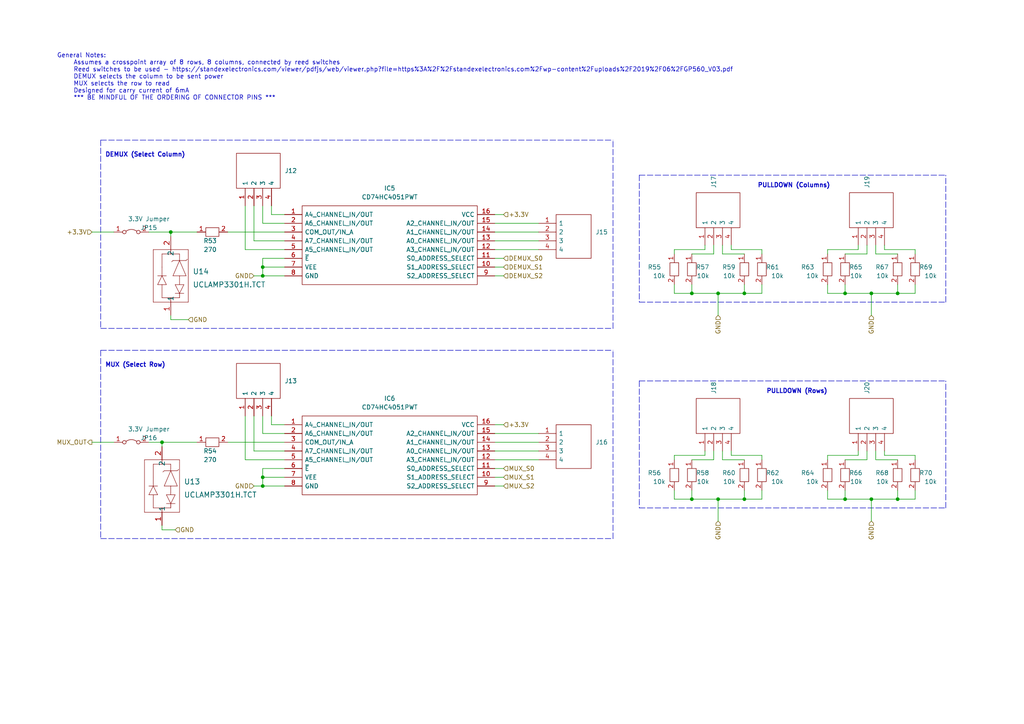
<source format=kicad_sch>
(kicad_sch (version 20211123) (generator eeschema)

  (uuid 628a3427-20ab-46db-bc3c-435f53eac39c)

  (paper "A4")

  (title_block
    (title "Sensor Network Subsystem")
    (company "The Great Gambit")
  )

  (lib_symbols
    (symbol "CD74HC4051PWT:CD74HC4051PWT" (pin_names (offset 0.762)) (in_bom yes) (on_board yes)
      (property "Reference" "IC" (id 0) (at 57.15 7.62 0)
        (effects (font (size 1.27 1.27)) (justify left))
      )
      (property "Value" "CD74HC4051PWT" (id 1) (at 57.15 5.08 0)
        (effects (font (size 1.27 1.27)) (justify left))
      )
      (property "Footprint" "SOP65P640X120-16N" (id 2) (at 57.15 2.54 0)
        (effects (font (size 1.27 1.27)) (justify left) hide)
      )
      (property "Datasheet" "http://www.ti.com/lit/gpn/CD74HC4051" (id 3) (at 57.15 0 0)
        (effects (font (size 1.27 1.27)) (justify left) hide)
      )
      (property "Description" "High-speed CMOS 8-channel analog multiplexer & demultiplexer" (id 4) (at 57.15 -2.54 0)
        (effects (font (size 1.27 1.27)) (justify left) hide)
      )
      (property "Height" "1.2" (id 5) (at 57.15 -5.08 0)
        (effects (font (size 1.27 1.27)) (justify left) hide)
      )
      (property "Mouser Part Number" "595-CD74HC4051PWT" (id 6) (at 57.15 -7.62 0)
        (effects (font (size 1.27 1.27)) (justify left) hide)
      )
      (property "Mouser Price/Stock" "https://www.mouser.co.uk/ProductDetail/Texas-Instruments/CD74HC4051PWT?qs=xFfolx0DHx2HWIPlmtNafQ%3D%3D" (id 7) (at 57.15 -10.16 0)
        (effects (font (size 1.27 1.27)) (justify left) hide)
      )
      (property "Manufacturer_Name" "Texas Instruments" (id 8) (at 57.15 -12.7 0)
        (effects (font (size 1.27 1.27)) (justify left) hide)
      )
      (property "Manufacturer_Part_Number" "CD74HC4051PWT" (id 9) (at 57.15 -15.24 0)
        (effects (font (size 1.27 1.27)) (justify left) hide)
      )
      (property "ki_description" "High-speed CMOS 8-channel analog multiplexer & demultiplexer" (id 10) (at 0 0 0)
        (effects (font (size 1.27 1.27)) hide)
      )
      (symbol "CD74HC4051PWT_0_0"
        (pin passive line (at 0 0 0) (length 5.08)
          (name "A4_CHANNEL_IN/OUT" (effects (font (size 1.27 1.27))))
          (number "1" (effects (font (size 1.27 1.27))))
        )
        (pin passive line (at 60.96 -15.24 180) (length 5.08)
          (name "S1_ADDRESS_SELECT" (effects (font (size 1.27 1.27))))
          (number "10" (effects (font (size 1.27 1.27))))
        )
        (pin passive line (at 60.96 -12.7 180) (length 5.08)
          (name "S0_ADDRESS_SELECT" (effects (font (size 1.27 1.27))))
          (number "11" (effects (font (size 1.27 1.27))))
        )
        (pin passive line (at 60.96 -10.16 180) (length 5.08)
          (name "A3_CHANNEL_IN/OUT" (effects (font (size 1.27 1.27))))
          (number "12" (effects (font (size 1.27 1.27))))
        )
        (pin passive line (at 60.96 -7.62 180) (length 5.08)
          (name "A0_CHANNEL_IN/OUT" (effects (font (size 1.27 1.27))))
          (number "13" (effects (font (size 1.27 1.27))))
        )
        (pin passive line (at 60.96 -5.08 180) (length 5.08)
          (name "A1_CHANNEL_IN/OUT" (effects (font (size 1.27 1.27))))
          (number "14" (effects (font (size 1.27 1.27))))
        )
        (pin passive line (at 60.96 -2.54 180) (length 5.08)
          (name "A2_CHANNEL_IN/OUT" (effects (font (size 1.27 1.27))))
          (number "15" (effects (font (size 1.27 1.27))))
        )
        (pin passive line (at 60.96 0 180) (length 5.08)
          (name "VCC" (effects (font (size 1.27 1.27))))
          (number "16" (effects (font (size 1.27 1.27))))
        )
        (pin passive line (at 0 -2.54 0) (length 5.08)
          (name "A6_CHANNEL_IN/OUT" (effects (font (size 1.27 1.27))))
          (number "2" (effects (font (size 1.27 1.27))))
        )
        (pin passive line (at 0 -5.08 0) (length 5.08)
          (name "COM_OUT/IN_A" (effects (font (size 1.27 1.27))))
          (number "3" (effects (font (size 1.27 1.27))))
        )
        (pin passive line (at 0 -7.62 0) (length 5.08)
          (name "A7_CHANNEL_IN/OUT" (effects (font (size 1.27 1.27))))
          (number "4" (effects (font (size 1.27 1.27))))
        )
        (pin passive line (at 0 -10.16 0) (length 5.08)
          (name "A5_CHANNEL_IN/OUT" (effects (font (size 1.27 1.27))))
          (number "5" (effects (font (size 1.27 1.27))))
        )
        (pin passive line (at 0 -12.7 0) (length 5.08)
          (name "~{E}" (effects (font (size 1.27 1.27))))
          (number "6" (effects (font (size 1.27 1.27))))
        )
        (pin passive line (at 0 -15.24 0) (length 5.08)
          (name "VEE" (effects (font (size 1.27 1.27))))
          (number "7" (effects (font (size 1.27 1.27))))
        )
        (pin passive line (at 0 -17.78 0) (length 5.08)
          (name "GND" (effects (font (size 1.27 1.27))))
          (number "8" (effects (font (size 1.27 1.27))))
        )
        (pin passive line (at 60.96 -17.78 180) (length 5.08)
          (name "S2_ADDRESS_SELECT" (effects (font (size 1.27 1.27))))
          (number "9" (effects (font (size 1.27 1.27))))
        )
      )
      (symbol "CD74HC4051PWT_0_1"
        (polyline
          (pts
            (xy 5.08 2.54)
            (xy 55.88 2.54)
            (xy 55.88 -20.32)
            (xy 5.08 -20.32)
            (xy 5.08 2.54)
          )
          (stroke (width 0.1524) (type default) (color 0 0 0 0))
          (fill (type none))
        )
      )
    )
    (symbol "Jumper:Jumper_2_Bridged" (pin_names (offset 0) hide) (in_bom yes) (on_board yes)
      (property "Reference" "JP" (id 0) (at 0 1.905 0)
        (effects (font (size 1.27 1.27)))
      )
      (property "Value" "Jumper_2_Bridged" (id 1) (at 0 -2.54 0)
        (effects (font (size 1.27 1.27)))
      )
      (property "Footprint" "" (id 2) (at 0 0 0)
        (effects (font (size 1.27 1.27)) hide)
      )
      (property "Datasheet" "~" (id 3) (at 0 0 0)
        (effects (font (size 1.27 1.27)) hide)
      )
      (property "ki_keywords" "Jumper SPST" (id 4) (at 0 0 0)
        (effects (font (size 1.27 1.27)) hide)
      )
      (property "ki_description" "Jumper, 2-pole, closed/bridged" (id 5) (at 0 0 0)
        (effects (font (size 1.27 1.27)) hide)
      )
      (property "ki_fp_filters" "Jumper* TestPoint*2Pads* TestPoint*Bridge*" (id 6) (at 0 0 0)
        (effects (font (size 1.27 1.27)) hide)
      )
      (symbol "Jumper_2_Bridged_0_0"
        (circle (center -2.032 0) (radius 0.508)
          (stroke (width 0) (type default) (color 0 0 0 0))
          (fill (type none))
        )
        (circle (center 2.032 0) (radius 0.508)
          (stroke (width 0) (type default) (color 0 0 0 0))
          (fill (type none))
        )
      )
      (symbol "Jumper_2_Bridged_0_1"
        (arc (start 1.524 0.254) (mid 0 0.762) (end -1.524 0.254)
          (stroke (width 0) (type default) (color 0 0 0 0))
          (fill (type none))
        )
      )
      (symbol "Jumper_2_Bridged_1_1"
        (pin passive line (at -5.08 0 0) (length 2.54)
          (name "A" (effects (font (size 1.27 1.27))))
          (number "1" (effects (font (size 1.27 1.27))))
        )
        (pin passive line (at 5.08 0 180) (length 2.54)
          (name "B" (effects (font (size 1.27 1.27))))
          (number "2" (effects (font (size 1.27 1.27))))
        )
      )
    )
    (symbol "OQ04325500000G:OQ0432500000G" (pin_names (offset 0.762)) (in_bom yes) (on_board yes)
      (property "Reference" "J" (id 0) (at 16.51 7.62 0)
        (effects (font (size 1.27 1.27)) (justify left))
      )
      (property "Value" "OQ0432500000G" (id 1) (at 16.51 5.08 0)
        (effects (font (size 1.27 1.27)) (justify left))
      )
      (property "Footprint" "OQ0432500000G:RHDR4W80P0X381_1X4_1540X700X920P" (id 2) (at 16.51 2.54 0)
        (effects (font (size 1.27 1.27)) (justify left) hide)
      )
      (property "Datasheet" "https://www.mouser.com/datasheet/2/18/1/Msay_ptCL4tp-1379199.pdf" (id 3) (at 16.51 0 0)
        (effects (font (size 1.27 1.27)) (justify left) hide)
      )
      (property "Manufacturer_Part_Number" "OQ0432500000G" (id 4) (at 16.51 -15.24 0)
        (effects (font (size 1.27 1.27)) (justify left) hide)
      )
      (property "Digikey Part Number" "609-3810-ND" (id 5) (at 0 0 0)
        (effects (font (size 1.27 1.27)) hide)
      )
      (property "Mouser Part Number" "649-220107-D041A01LF" (id 6) (at 16.51 -7.62 0)
        (effects (font (size 1.27 1.27)) (justify left) hide)
      )
      (property "Digikey Link" "https://www.digikey.com/en/products/detail/amphenol-anytek/OQ0432500000G/2261265" (id 7) (at 0 0 0)
        (effects (font (size 1.27 1.27)) hide)
      )
      (property "Mouser Link" "" (id 8) (at 0 0 0)
        (effects (font (size 1.27 1.27)) hide)
      )
      (property "Height" "9.2" (id 9) (at 16.51 -5.08 0)
        (effects (font (size 1.27 1.27)) (justify left) hide)
      )
      (property "Mouser Price/Stock" "https://www.mouser.co.uk/ProductDetail/Amphenol-Anytek/OQ0432500000G?qs=Mv7BduZupUhaPicvo3xrhg%3D%3D" (id 10) (at 16.51 -10.16 0)
        (effects (font (size 1.27 1.27)) (justify left) hide)
      )
      (property "Manufacturer_Name" "Amphenol" (id 11) (at 16.51 -12.7 0)
        (effects (font (size 1.27 1.27)) (justify left) hide)
      )
      (property "Description" "Pluggable Terminal Blocks 4P 3.81MM HDR STR PLUGGABLE TERM BLK" (id 12) (at 16.51 -2.54 0)
        (effects (font (size 1.27 1.27)) (justify left) hide)
      )
      (property "ki_description" "Pluggable Terminal Blocks 4P 3.81MM HDR STR PLUGGABLE TERM BLK" (id 13) (at 0 0 0)
        (effects (font (size 1.27 1.27)) hide)
      )
      (symbol "OQ0432500000G_0_0"
        (pin passive line (at 0 0 0) (length 5.08)
          (name "1" (effects (font (size 1.27 1.27))))
          (number "1" (effects (font (size 1.27 1.27))))
        )
        (pin passive line (at 0 -2.54 0) (length 5.08)
          (name "2" (effects (font (size 1.27 1.27))))
          (number "2" (effects (font (size 1.27 1.27))))
        )
        (pin passive line (at 0 -5.08 0) (length 5.08)
          (name "3" (effects (font (size 1.27 1.27))))
          (number "3" (effects (font (size 1.27 1.27))))
        )
        (pin passive line (at 0 -7.62 0) (length 5.08)
          (name "4" (effects (font (size 1.27 1.27))))
          (number "4" (effects (font (size 1.27 1.27))))
        )
      )
      (symbol "OQ0432500000G_0_1"
        (polyline
          (pts
            (xy 5.08 2.54)
            (xy 15.24 2.54)
            (xy 15.24 -10.16)
            (xy 5.08 -10.16)
            (xy 5.08 2.54)
          )
          (stroke (width 0.1524) (type default) (color 0 0 0 0))
          (fill (type none))
        )
      )
    )
    (symbol "RMCF1206FT10K0:10k" (pin_names (offset 0.762)) (in_bom yes) (on_board yes)
      (property "Reference" "R" (id 0) (at 13.97 6.35 0)
        (effects (font (size 1.27 1.27)) (justify left))
      )
      (property "Value" "10k" (id 1) (at 13.97 3.81 0)
        (effects (font (size 1.27 1.27)) (justify left))
      )
      (property "Footprint" "RMCF1206FT10K0:RMCF1206FT10K0" (id 2) (at 13.97 1.27 0)
        (effects (font (size 1.27 1.27)) (justify left) hide)
      )
      (property "Datasheet" "https://www.seielect.com/catalog/sei-rmcf_rmcp.pdf" (id 3) (at 13.97 -1.27 0)
        (effects (font (size 1.27 1.27)) (justify left) hide)
      )
      (property "Manufacturer's Part Number" "RMCF1206FT10K0" (id 4) (at 13.97 -3.81 0)
        (effects (font (size 1.27 1.27)) (justify left) hide)
      )
      (property "Digikey Part Number" "RMCF1206FT10K0CT-ND" (id 5) (at 13.97 -6.35 0)
        (effects (font (size 1.27 1.27)) (justify left) hide)
      )
      (property "Mouser Part Number" "" (id 6) (at 13.97 -8.89 0)
        (effects (font (size 1.27 1.27)) (justify left) hide)
      )
      (property "Digikey link" "https://www.digikey.com/en/products/detail/stackpole-electronics-inc/RMCF1206FT10K0/1759669" (id 7) (at 13.97 -11.43 0)
        (effects (font (size 1.27 1.27)) (justify left) hide)
      )
      (property "Mouser link" "" (id 8) (at 13.97 -13.97 0)
        (effects (font (size 1.27 1.27)) (justify left) hide)
      )
      (property "ki_description" "Thick Film Resistors - SMD 0.35W 10Kohm .5% AEC-Q200" (id 9) (at 0 0 0)
        (effects (font (size 1.27 1.27)) hide)
      )
      (symbol "10k_0_0"
        (pin passive line (at 0 0 0) (length 2.45)
          (name "~" (effects (font (size 1.27 1.27))))
          (number "1" (effects (font (size 1.27 1.27))))
        )
        (pin passive line (at 8.89 0 180) (length 2.45)
          (name "~" (effects (font (size 1.27 1.27))))
          (number "2" (effects (font (size 1.27 1.27))))
        )
      )
      (symbol "10k_0_1"
        (polyline
          (pts
            (xy 2.54 1.27)
            (xy 6.35 1.27)
            (xy 6.35 -1.27)
            (xy 2.54 -1.27)
            (xy 2.54 1.27)
          )
          (stroke (width 0.1524) (type default) (color 0 0 0 0))
          (fill (type none))
        )
      )
    )
    (symbol "SDR10EZPJ271:SDR10EZPJ271" (pin_names (offset 0.762)) (in_bom yes) (on_board yes)
      (property "Reference" "R" (id 0) (at 13.97 6.35 0)
        (effects (font (size 1.27 1.27)) (justify left))
      )
      (property "Value" "SDR10EZPJ271" (id 1) (at 13.97 3.81 0)
        (effects (font (size 1.27 1.27)) (justify left))
      )
      (property "Footprint" "SDR10EZPJ271:RESC2012X65N" (id 2) (at 13.97 1.27 0)
        (effects (font (size 1.27 1.27)) (justify left) hide)
      )
      (property "Datasheet" "https://fscdn.rohm.com/en/products/databook/datasheet/passive/resistor/chip_resistor/sdr-e.pdf" (id 3) (at 13.97 -1.27 0)
        (effects (font (size 1.27 1.27)) (justify left) hide)
      )
      (property "Manufacturer's Part Number" "SDR10EZPJ271" (id 4) (at 13.97 -3.81 0)
        (effects (font (size 1.27 1.27)) (justify left) hide)
      )
      (property "Digikey Part Number" "511-SDR10EZPJ271CT-ND" (id 5) (at 13.97 -11.43 0)
        (effects (font (size 1.27 1.27)) (justify left) hide)
      )
      (property "Mouser Part Number" " 755-SDR10EZPJ271" (id 6) (at 13.97 -8.89 0)
        (effects (font (size 1.27 1.27)) (justify left) hide)
      )
      (property "Digikey link" "https://www.digikey.com/en/products/detail/rohm-semiconductor/SDR10EZPJ271/16180210?s=N4IgTCBcDaIMoBEBKBGADAUQFoAUBSYA7CgAQgC6AvkA" (id 7) (at 13.97 -13.97 0)
        (effects (font (size 1.27 1.27)) (justify left) hide)
      )
      (property "Mouser link" "https://www.mouser.com/ProductDetail/ROHM-Semiconductor/SDR10EZPJ271?qs=MyNHzdoqoQIitTVxkpo4CQ%3D%3D" (id 8) (at 13.97 -16.51 0)
        (effects (font (size 1.27 1.27)) (justify left) hide)
      )
      (property "ki_description" "Thick Film Resistors - SMD" (id 9) (at 0 0 0)
        (effects (font (size 1.27 1.27)) hide)
      )
      (symbol "SDR10EZPJ271_0_0"
        (pin passive line (at 0 0 0) (length 2.45)
          (name "~" (effects (font (size 1.27 1.27))))
          (number "1" (effects (font (size 1.27 1.27))))
        )
        (pin passive line (at 8.89 0 180) (length 2.45)
          (name "~" (effects (font (size 1.27 1.27))))
          (number "2" (effects (font (size 1.27 1.27))))
        )
      )
      (symbol "SDR10EZPJ271_0_1"
        (polyline
          (pts
            (xy 2.54 1.27)
            (xy 6.35 1.27)
            (xy 6.35 -1.27)
            (xy 2.54 -1.27)
            (xy 2.54 1.27)
          )
          (stroke (width 0.1524) (type default) (color 0 0 0 0))
          (fill (type none))
        )
      )
    )
    (symbol "UCLAMP3301H-TCT:UCLAMP3301H.TCT" (pin_names (offset 0.254)) (in_bom yes) (on_board yes)
      (property "Reference" "U" (id 0) (at 20.32 10.16 0)
        (effects (font (size 1.524 1.524)))
      )
      (property "Value" "UCLAMP3301H.TCT" (id 1) (at 20.32 7.62 0)
        (effects (font (size 1.524 1.524)))
      )
      (property "Footprint" "UCLAMP3310H-TCT:UCLAMP3301H.TCT" (id 2) (at 22.86 15.24 0)
        (effects (font (size 1.524 1.524)) hide)
      )
      (property "Datasheet" "https://semtech.my.salesforce.com/sfc/p/#E0000000JelG/a/44000000MDWf/s0KJxyOHQyYOcvBXVBK9X3X8Cxj1gNltZ2vd2k1S0Wo" (id 3) (at 1.27 -8.89 0)
        (effects (font (size 1.524 1.524)) hide)
      )
      (property "Manufacturers Part Number" "UCLAMP3301H.TCT" (id 4) (at 3.81 13.97 0)
        (effects (font (size 1.27 1.27)) hide)
      )
      (property "Digikey Part Number" "UCLAMP3301HDKR-ND" (id 5) (at 2.54 11.43 0)
        (effects (font (size 1.27 1.27)) hide)
      )
      (property "Mouser Part Number" "" (id 6) (at 0 0 0)
        (effects (font (size 1.27 1.27)) hide)
      )
      (property "Digikey Link" "https://www.digikey.com/en/products/detail/semtech-corporation/UCLAMP3301H-TCT/1000952" (id 7) (at 1.27 -8.89 0)
        (effects (font (size 1.27 1.27)) hide)
      )
      (property "Mouser Link" "" (id 8) (at 0 0 0)
        (effects (font (size 1.27 1.27)) hide)
      )
      (property "ki_fp_filters" "SOD_01H.TCT_SEM SOD_01H.TCT_SEM-M SOD_01H.TCT_SEM-L" (id 9) (at 0 0 0)
        (effects (font (size 1.27 1.27)) hide)
      )
      (symbol "UCLAMP3301H.TCT_0_1"
        (polyline
          (pts
            (xy 12.7 0)
            (xy 13.97 0)
          )
          (stroke (width 0) (type default) (color 0 0 0 0))
          (fill (type none))
        )
        (polyline
          (pts
            (xy 13.97 -2.54)
            (xy 15.24 -2.54)
          )
          (stroke (width 0) (type default) (color 0 0 0 0))
          (fill (type none))
        )
        (polyline
          (pts
            (xy 27.94 0)
            (xy 26.67 0)
          )
          (stroke (width 0) (type default) (color 0 0 0 0))
          (fill (type none))
        )
      )
      (symbol "UCLAMP3301H.TCT_1_1"
        (polyline
          (pts
            (xy 12.7 -5.08)
            (xy 27.94 -5.08)
          )
          (stroke (width 0.127) (type default) (color 0 0 0 0))
          (fill (type none))
        )
        (polyline
          (pts
            (xy 12.7 5.08)
            (xy 12.7 -5.08)
          )
          (stroke (width 0.127) (type default) (color 0 0 0 0))
          (fill (type none))
        )
        (polyline
          (pts
            (xy 13.97 0)
            (xy 13.97 -2.54)
          )
          (stroke (width 0.127) (type default) (color 0 0 0 0))
          (fill (type none))
        )
        (polyline
          (pts
            (xy 13.97 0)
            (xy 13.97 2.54)
          )
          (stroke (width 0.127) (type default) (color 0 0 0 0))
          (fill (type none))
        )
        (polyline
          (pts
            (xy 13.97 2.54)
            (xy 17.78 2.54)
          )
          (stroke (width 0.127) (type default) (color 0 0 0 0))
          (fill (type none))
        )
        (polyline
          (pts
            (xy 15.24 -2.54)
            (xy 15.24 -3.81)
          )
          (stroke (width 0.127) (type default) (color 0 0 0 0))
          (fill (type none))
        )
        (polyline
          (pts
            (xy 15.24 -2.54)
            (xy 15.24 -1.27)
          )
          (stroke (width 0.127) (type default) (color 0 0 0 0))
          (fill (type none))
        )
        (polyline
          (pts
            (xy 15.24 -2.54)
            (xy 17.78 -1.27)
          )
          (stroke (width 0.127) (type default) (color 0 0 0 0))
          (fill (type none))
        )
        (polyline
          (pts
            (xy 17.78 -3.81)
            (xy 15.24 -2.54)
          )
          (stroke (width 0.127) (type default) (color 0 0 0 0))
          (fill (type none))
        )
        (polyline
          (pts
            (xy 17.78 -2.54)
            (xy 20.32 -2.54)
          )
          (stroke (width 0.127) (type default) (color 0 0 0 0))
          (fill (type none))
        )
        (polyline
          (pts
            (xy 17.78 -1.27)
            (xy 17.78 -3.81)
          )
          (stroke (width 0.127) (type default) (color 0 0 0 0))
          (fill (type none))
        )
        (polyline
          (pts
            (xy 17.78 1.27)
            (xy 20.32 2.54)
          )
          (stroke (width 0.127) (type default) (color 0 0 0 0))
          (fill (type none))
        )
        (polyline
          (pts
            (xy 17.78 2.54)
            (xy 17.78 1.27)
          )
          (stroke (width 0.127) (type default) (color 0 0 0 0))
          (fill (type none))
        )
        (polyline
          (pts
            (xy 17.78 2.54)
            (xy 17.78 3.81)
          )
          (stroke (width 0.127) (type default) (color 0 0 0 0))
          (fill (type none))
        )
        (polyline
          (pts
            (xy 17.78 3.81)
            (xy 20.32 2.54)
          )
          (stroke (width 0.127) (type default) (color 0 0 0 0))
          (fill (type none))
        )
        (polyline
          (pts
            (xy 20.32 -4.445)
            (xy 24.765 -2.54)
          )
          (stroke (width 0.127) (type default) (color 0 0 0 0))
          (fill (type none))
        )
        (polyline
          (pts
            (xy 20.32 -2.54)
            (xy 20.32 -4.445)
          )
          (stroke (width 0.127) (type default) (color 0 0 0 0))
          (fill (type none))
        )
        (polyline
          (pts
            (xy 20.32 -2.54)
            (xy 20.32 -0.635)
          )
          (stroke (width 0.127) (type default) (color 0 0 0 0))
          (fill (type none))
        )
        (polyline
          (pts
            (xy 20.32 -0.635)
            (xy 24.765 -2.54)
          )
          (stroke (width 0.127) (type default) (color 0 0 0 0))
          (fill (type none))
        )
        (polyline
          (pts
            (xy 20.32 2.54)
            (xy 20.32 1.27)
          )
          (stroke (width 0.127) (type default) (color 0 0 0 0))
          (fill (type none))
        )
        (polyline
          (pts
            (xy 20.32 2.54)
            (xy 20.32 3.81)
          )
          (stroke (width 0.127) (type default) (color 0 0 0 0))
          (fill (type none))
        )
        (polyline
          (pts
            (xy 20.32 2.54)
            (xy 22.86 2.54)
          )
          (stroke (width 0.127) (type default) (color 0 0 0 0))
          (fill (type none))
        )
        (polyline
          (pts
            (xy 24.765 -4.445)
            (xy 24.765 -0.635)
          )
          (stroke (width 0.127) (type default) (color 0 0 0 0))
          (fill (type none))
        )
        (polyline
          (pts
            (xy 24.765 -4.445)
            (xy 25.146 -4.826)
          )
          (stroke (width 0.127) (type default) (color 0 0 0 0))
          (fill (type none))
        )
        (polyline
          (pts
            (xy 24.765 -2.54)
            (xy 26.67 -2.54)
          )
          (stroke (width 0.127) (type default) (color 0 0 0 0))
          (fill (type none))
        )
        (polyline
          (pts
            (xy 24.765 -0.635)
            (xy 24.384 -0.254)
          )
          (stroke (width 0.127) (type default) (color 0 0 0 0))
          (fill (type none))
        )
        (polyline
          (pts
            (xy 26.67 0)
            (xy 26.67 -2.54)
          )
          (stroke (width 0.127) (type default) (color 0 0 0 0))
          (fill (type none))
        )
        (polyline
          (pts
            (xy 26.67 0)
            (xy 26.67 2.54)
          )
          (stroke (width 0.127) (type default) (color 0 0 0 0))
          (fill (type none))
        )
        (polyline
          (pts
            (xy 26.67 2.54)
            (xy 22.86 2.54)
          )
          (stroke (width 0.127) (type default) (color 0 0 0 0))
          (fill (type none))
        )
        (polyline
          (pts
            (xy 27.94 -5.08)
            (xy 27.94 5.08)
          )
          (stroke (width 0.127) (type default) (color 0 0 0 0))
          (fill (type none))
        )
        (polyline
          (pts
            (xy 27.94 5.08)
            (xy 12.7 5.08)
          )
          (stroke (width 0.127) (type default) (color 0 0 0 0))
          (fill (type none))
        )
        (pin passive line (at 8.89 0 0) (length 3.8)
          (name "1" (effects (font (size 1.4986 1.4986))))
          (number "1" (effects (font (size 1.4986 1.4986))))
        )
        (pin passive line (at 31.75 0 180) (length 3.8)
          (name "2" (effects (font (size 1.4986 1.4986))))
          (number "2" (effects (font (size 1.4986 1.4986))))
        )
      )
    )
  )

  (junction (at 215.9 144.78) (diameter 0) (color 0 0 0 0)
    (uuid 10019147-3cb4-479f-9b5f-fc778e874574)
  )
  (junction (at 76.2 138.43) (diameter 0) (color 0 0 0 0)
    (uuid 1a8a0779-9174-475b-b801-2ec76bc77350)
  )
  (junction (at 252.73 144.78) (diameter 0) (color 0 0 0 0)
    (uuid 1f119c6e-78cc-4d02-9124-81c3b2252c56)
  )
  (junction (at 245.11 85.09) (diameter 0) (color 0 0 0 0)
    (uuid 1f965064-13cb-4715-bb42-31c7747f5082)
  )
  (junction (at 260.35 85.09) (diameter 0) (color 0 0 0 0)
    (uuid 21fcc1c5-f8de-44bf-bfbb-fb9e154d0783)
  )
  (junction (at 76.2 140.97) (diameter 0) (color 0 0 0 0)
    (uuid 28e9a16e-af27-4e0e-af39-547feb4b7df5)
  )
  (junction (at 252.73 85.09) (diameter 0) (color 0 0 0 0)
    (uuid 55d0dd0c-5fef-47d0-881d-6d753762fb00)
  )
  (junction (at 260.35 144.78) (diameter 0) (color 0 0 0 0)
    (uuid 69328162-5ab6-497f-9e2d-b10ef2245c39)
  )
  (junction (at 208.28 85.09) (diameter 0) (color 0 0 0 0)
    (uuid 6a045c97-a72c-46b5-ad5f-5ca34d04105f)
  )
  (junction (at 208.28 144.78) (diameter 0) (color 0 0 0 0)
    (uuid 7dec3da3-c2fa-4e0b-a89d-abea701c6f8f)
  )
  (junction (at 200.66 144.78) (diameter 0) (color 0 0 0 0)
    (uuid 839133a2-cce7-40af-a410-ccc91ba28985)
  )
  (junction (at 215.9 85.09) (diameter 0) (color 0 0 0 0)
    (uuid 9455cece-1bea-45e9-b5a4-74e9f807e6b0)
  )
  (junction (at 76.2 77.47) (diameter 0) (color 0 0 0 0)
    (uuid 9552a52b-3700-4d1f-8e72-2bdefb8caf93)
  )
  (junction (at 49.53 67.31) (diameter 0) (color 0 0 0 0)
    (uuid 96171eef-62d9-4713-ba92-dac5d218f3e1)
  )
  (junction (at 76.2 80.01) (diameter 0) (color 0 0 0 0)
    (uuid ac823042-1202-4c27-aea8-9795995bf004)
  )
  (junction (at 200.66 85.09) (diameter 0) (color 0 0 0 0)
    (uuid bb5b8d04-1000-41b3-8254-75717b78cfb8)
  )
  (junction (at 245.11 144.78) (diameter 0) (color 0 0 0 0)
    (uuid bde67594-762d-417f-ba49-739ce660fd2d)
  )
  (junction (at 46.99 128.27) (diameter 0) (color 0 0 0 0)
    (uuid fae1f5c1-affc-4b3e-8209-1e8b9776ac2f)
  )

  (wire (pts (xy 207.01 133.35) (xy 207.01 130.81))
    (stroke (width 0) (type default) (color 0 0 0 0))
    (uuid 0002f56f-ff2b-4efd-9b55-95032f9bb261)
  )
  (wire (pts (xy 76.2 140.97) (xy 82.55 140.97))
    (stroke (width 0) (type default) (color 0 0 0 0))
    (uuid 00c1079f-44fe-437e-97d3-b32bc251b163)
  )
  (wire (pts (xy 245.11 144.78) (xy 252.73 144.78))
    (stroke (width 0) (type default) (color 0 0 0 0))
    (uuid 01d33e3b-fb0a-4877-9123-595b93b77b9b)
  )
  (wire (pts (xy 208.28 144.78) (xy 215.9 144.78))
    (stroke (width 0) (type default) (color 0 0 0 0))
    (uuid 0313d6a7-ed89-4dc4-a73f-5032230b8ea7)
  )
  (wire (pts (xy 195.58 132.08) (xy 204.47 132.08))
    (stroke (width 0) (type default) (color 0 0 0 0))
    (uuid 03e69525-07d9-41d1-84b7-468390e7d576)
  )
  (wire (pts (xy 245.11 133.35) (xy 251.46 133.35))
    (stroke (width 0) (type default) (color 0 0 0 0))
    (uuid 0554afee-ba0b-468b-9a7a-b5a5572c3ef3)
  )
  (polyline (pts (xy 185.42 110.49) (xy 274.32 110.49))
    (stroke (width 0) (type default) (color 0 0 0 0))
    (uuid 0614c385-071a-4729-a700-9f4a1463fd24)
  )

  (wire (pts (xy 265.43 132.08) (xy 265.43 133.35))
    (stroke (width 0) (type default) (color 0 0 0 0))
    (uuid 0c7c550e-2aaf-446e-9ca3-0d3756abd9cb)
  )
  (wire (pts (xy 248.92 132.08) (xy 248.92 130.81))
    (stroke (width 0) (type default) (color 0 0 0 0))
    (uuid 12b26290-25e1-4a13-ae14-e62d9ecb4aa8)
  )
  (wire (pts (xy 66.04 128.27) (xy 82.55 128.27))
    (stroke (width 0) (type default) (color 0 0 0 0))
    (uuid 156765a4-d40a-4561-b617-84fc7ec94fcb)
  )
  (wire (pts (xy 71.12 133.35) (xy 82.55 133.35))
    (stroke (width 0) (type default) (color 0 0 0 0))
    (uuid 17677d6d-5668-4b15-bfe3-c8f8b1c841f8)
  )
  (wire (pts (xy 76.2 80.01) (xy 73.66 80.01))
    (stroke (width 0) (type default) (color 0 0 0 0))
    (uuid 1785cbea-3ab0-42ac-90cb-6f88176371f2)
  )
  (wire (pts (xy 143.51 125.73) (xy 156.21 125.73))
    (stroke (width 0) (type default) (color 0 0 0 0))
    (uuid 1857a038-035a-49c1-bd50-92c96c93ca11)
  )
  (wire (pts (xy 78.74 62.23) (xy 82.55 62.23))
    (stroke (width 0) (type default) (color 0 0 0 0))
    (uuid 1a01c120-d29f-4a67-ad23-cf5bed5a22de)
  )
  (wire (pts (xy 207.01 73.66) (xy 207.01 71.12))
    (stroke (width 0) (type default) (color 0 0 0 0))
    (uuid 1a5aa9d6-cde1-4b55-a348-5048fc464d22)
  )
  (wire (pts (xy 78.74 120.65) (xy 78.74 123.19))
    (stroke (width 0) (type default) (color 0 0 0 0))
    (uuid 1b67ebbd-fef9-4289-bddf-0ec99f02f12d)
  )
  (wire (pts (xy 76.2 135.89) (xy 76.2 138.43))
    (stroke (width 0) (type default) (color 0 0 0 0))
    (uuid 1dce9a8f-c749-4b1e-9ee6-9af425e95cf4)
  )
  (wire (pts (xy 46.99 152.4) (xy 46.99 153.67))
    (stroke (width 0) (type default) (color 0 0 0 0))
    (uuid 226cead9-5b65-49f6-a34a-15c59600bf2c)
  )
  (wire (pts (xy 200.66 73.66) (xy 207.01 73.66))
    (stroke (width 0) (type default) (color 0 0 0 0))
    (uuid 247c7100-9b8c-45da-9bce-c56b76f9b3fb)
  )
  (wire (pts (xy 71.12 59.69) (xy 71.12 72.39))
    (stroke (width 0) (type default) (color 0 0 0 0))
    (uuid 262e9480-bef6-4cd4-af8e-5d2fbfbb2f5f)
  )
  (wire (pts (xy 49.53 92.71) (xy 54.61 92.71))
    (stroke (width 0) (type default) (color 0 0 0 0))
    (uuid 26c19506-1602-466d-b2bb-41e231cf84cd)
  )
  (wire (pts (xy 212.09 132.08) (xy 220.98 132.08))
    (stroke (width 0) (type default) (color 0 0 0 0))
    (uuid 28577d40-f8a5-4af5-ab9a-b8a950634b0e)
  )
  (wire (pts (xy 251.46 133.35) (xy 251.46 130.81))
    (stroke (width 0) (type default) (color 0 0 0 0))
    (uuid 2a80efac-a28b-4f67-8adb-f274d244ec85)
  )
  (wire (pts (xy 43.18 128.27) (xy 46.99 128.27))
    (stroke (width 0) (type default) (color 0 0 0 0))
    (uuid 2b5642d3-a501-4fcd-aab3-ffeaff730f11)
  )
  (wire (pts (xy 82.55 74.93) (xy 76.2 74.93))
    (stroke (width 0) (type default) (color 0 0 0 0))
    (uuid 2e4c8f09-3615-405e-a75d-fc40b4db43a7)
  )
  (wire (pts (xy 76.2 59.69) (xy 76.2 64.77))
    (stroke (width 0) (type default) (color 0 0 0 0))
    (uuid 308126a3-8dff-4219-b268-2266b9c54cc9)
  )
  (wire (pts (xy 143.51 128.27) (xy 156.21 128.27))
    (stroke (width 0) (type default) (color 0 0 0 0))
    (uuid 310c6239-92bf-42bc-a588-c326520e14a9)
  )
  (wire (pts (xy 208.28 85.09) (xy 215.9 85.09))
    (stroke (width 0) (type default) (color 0 0 0 0))
    (uuid 344206c4-5016-4347-8f84-9cf229cde193)
  )
  (wire (pts (xy 256.54 72.39) (xy 265.43 72.39))
    (stroke (width 0) (type default) (color 0 0 0 0))
    (uuid 3919ef8d-279e-4275-979d-65ee700f57d5)
  )
  (wire (pts (xy 82.55 138.43) (xy 76.2 138.43))
    (stroke (width 0) (type default) (color 0 0 0 0))
    (uuid 3a8f2823-dcd0-4e80-a470-26338bdc5304)
  )
  (wire (pts (xy 46.99 128.27) (xy 46.99 129.54))
    (stroke (width 0) (type default) (color 0 0 0 0))
    (uuid 3ef7035a-59c3-44cd-bc9e-9f68f256ce29)
  )
  (polyline (pts (xy 274.32 147.32) (xy 274.32 110.49))
    (stroke (width 0) (type default) (color 0 0 0 0))
    (uuid 3f18bb06-ed65-4833-92b3-36059a7a8a36)
  )

  (wire (pts (xy 143.51 140.97) (xy 146.05 140.97))
    (stroke (width 0) (type default) (color 0 0 0 0))
    (uuid 3f93257f-147a-4cec-a7f2-4f005152fa35)
  )
  (wire (pts (xy 143.51 133.35) (xy 156.21 133.35))
    (stroke (width 0) (type default) (color 0 0 0 0))
    (uuid 406f78ae-f3bb-47c3-9125-4021b69d6905)
  )
  (wire (pts (xy 143.51 69.85) (xy 156.21 69.85))
    (stroke (width 0) (type default) (color 0 0 0 0))
    (uuid 4264653e-c9a0-4027-8cff-42577c340355)
  )
  (wire (pts (xy 265.43 72.39) (xy 265.43 73.66))
    (stroke (width 0) (type default) (color 0 0 0 0))
    (uuid 43370a71-1a39-479c-a273-646854a37fdb)
  )
  (wire (pts (xy 195.58 144.78) (xy 200.66 144.78))
    (stroke (width 0) (type default) (color 0 0 0 0))
    (uuid 4361deea-82c9-4e55-bfb0-9bf9f589943b)
  )
  (polyline (pts (xy 185.42 87.63) (xy 274.32 87.63))
    (stroke (width 0) (type default) (color 0 0 0 0))
    (uuid 438c04ee-8d83-4f52-8b74-5d3b834fbc82)
  )

  (wire (pts (xy 49.53 67.31) (xy 49.53 68.58))
    (stroke (width 0) (type default) (color 0 0 0 0))
    (uuid 4586939d-5695-436b-a9f5-02c4f69029e7)
  )
  (wire (pts (xy 252.73 144.78) (xy 252.73 151.13))
    (stroke (width 0) (type default) (color 0 0 0 0))
    (uuid 46499820-02e6-4feb-b9db-6478a3d105b4)
  )
  (wire (pts (xy 82.55 77.47) (xy 76.2 77.47))
    (stroke (width 0) (type default) (color 0 0 0 0))
    (uuid 467fd4fc-c315-4124-a173-4f39771a37ae)
  )
  (wire (pts (xy 256.54 71.12) (xy 256.54 72.39))
    (stroke (width 0) (type default) (color 0 0 0 0))
    (uuid 46f7ae21-d60d-4f8a-94a2-3c714d375435)
  )
  (wire (pts (xy 209.55 73.66) (xy 209.55 71.12))
    (stroke (width 0) (type default) (color 0 0 0 0))
    (uuid 4743e8ba-9b9c-459f-a3d2-a36ca52716b6)
  )
  (wire (pts (xy 26.67 67.31) (xy 33.02 67.31))
    (stroke (width 0) (type default) (color 0 0 0 0))
    (uuid 47549ec5-6507-45e5-876d-db99eebf5845)
  )
  (wire (pts (xy 76.2 138.43) (xy 76.2 140.97))
    (stroke (width 0) (type default) (color 0 0 0 0))
    (uuid 48509589-32b3-4a0c-8fe3-93769a9c67f9)
  )
  (wire (pts (xy 240.03 133.35) (xy 240.03 132.08))
    (stroke (width 0) (type default) (color 0 0 0 0))
    (uuid 4d73bf06-3adb-4b81-bcee-7d9c8c1fb906)
  )
  (wire (pts (xy 49.53 91.44) (xy 49.53 92.71))
    (stroke (width 0) (type default) (color 0 0 0 0))
    (uuid 4f05ebcb-420c-4a2c-83b4-b46879e0583b)
  )
  (wire (pts (xy 260.35 144.78) (xy 265.43 144.78))
    (stroke (width 0) (type default) (color 0 0 0 0))
    (uuid 527e9f73-d67d-4dbb-821e-e038117ae2c3)
  )
  (wire (pts (xy 146.05 62.23) (xy 143.51 62.23))
    (stroke (width 0) (type default) (color 0 0 0 0))
    (uuid 56806e51-cca6-46ae-bf6e-f06bac39aab1)
  )
  (wire (pts (xy 143.51 77.47) (xy 146.05 77.47))
    (stroke (width 0) (type default) (color 0 0 0 0))
    (uuid 56f089b3-99f5-4da3-9412-08a6522359f7)
  )
  (wire (pts (xy 254 73.66) (xy 260.35 73.66))
    (stroke (width 0) (type default) (color 0 0 0 0))
    (uuid 575c6518-f068-4428-b1ce-de60ce6e70c1)
  )
  (wire (pts (xy 82.55 135.89) (xy 76.2 135.89))
    (stroke (width 0) (type default) (color 0 0 0 0))
    (uuid 58d19b3c-7531-4bda-a9bd-714d6ac6fdb9)
  )
  (wire (pts (xy 76.2 140.97) (xy 73.66 140.97))
    (stroke (width 0) (type default) (color 0 0 0 0))
    (uuid 595803ea-cbf7-433e-a5e3-4a8367f45b6c)
  )
  (wire (pts (xy 204.47 72.39) (xy 204.47 71.12))
    (stroke (width 0) (type default) (color 0 0 0 0))
    (uuid 5afbf1e8-6a95-4cea-a509-c416a8ae061e)
  )
  (wire (pts (xy 195.58 72.39) (xy 204.47 72.39))
    (stroke (width 0) (type default) (color 0 0 0 0))
    (uuid 5d243183-ee58-4d8c-b488-05613538264f)
  )
  (wire (pts (xy 256.54 132.08) (xy 265.43 132.08))
    (stroke (width 0) (type default) (color 0 0 0 0))
    (uuid 5d8c5081-16eb-4ec3-95b5-fa19efbd595d)
  )
  (wire (pts (xy 260.35 85.09) (xy 265.43 85.09))
    (stroke (width 0) (type default) (color 0 0 0 0))
    (uuid 61937e0e-17fb-44cd-a087-4a122a3a9a51)
  )
  (wire (pts (xy 78.74 123.19) (xy 82.55 123.19))
    (stroke (width 0) (type default) (color 0 0 0 0))
    (uuid 62d2a2ff-2612-45d7-a510-31fe14fcf4d9)
  )
  (wire (pts (xy 252.73 85.09) (xy 260.35 85.09))
    (stroke (width 0) (type default) (color 0 0 0 0))
    (uuid 6794d033-3bba-4b77-8db2-31f18d3e2ed6)
  )
  (wire (pts (xy 43.18 67.31) (xy 49.53 67.31))
    (stroke (width 0) (type default) (color 0 0 0 0))
    (uuid 68bfbc32-4f8b-4151-8947-dc5b6a0d22bd)
  )
  (wire (pts (xy 195.58 82.55) (xy 195.58 85.09))
    (stroke (width 0) (type default) (color 0 0 0 0))
    (uuid 6b49d423-282a-496b-9eec-621f1d6387d2)
  )
  (wire (pts (xy 240.03 142.24) (xy 240.03 144.78))
    (stroke (width 0) (type default) (color 0 0 0 0))
    (uuid 6d02a50f-7b9f-4a89-95af-9cece775ac35)
  )
  (wire (pts (xy 46.99 128.27) (xy 57.15 128.27))
    (stroke (width 0) (type default) (color 0 0 0 0))
    (uuid 6f309654-c6d4-4303-a4c7-34a32969f8d9)
  )
  (wire (pts (xy 143.51 74.93) (xy 146.05 74.93))
    (stroke (width 0) (type default) (color 0 0 0 0))
    (uuid 6f3b8ce5-97dc-491d-a50b-735a54b59a73)
  )
  (wire (pts (xy 254 133.35) (xy 260.35 133.35))
    (stroke (width 0) (type default) (color 0 0 0 0))
    (uuid 708d1e69-a79d-49b3-9ee7-72a0796cddd0)
  )
  (polyline (pts (xy 274.32 87.63) (xy 274.32 50.8))
    (stroke (width 0) (type default) (color 0 0 0 0))
    (uuid 71e8f201-2a80-45e9-b9f7-3dd2a42fda81)
  )
  (polyline (pts (xy 29.21 101.6) (xy 29.21 156.21))
    (stroke (width 0) (type default) (color 0 0 0 0))
    (uuid 73678afe-13a1-4510-82c1-88f2138641bb)
  )
  (polyline (pts (xy 29.21 156.21) (xy 177.8 156.21))
    (stroke (width 0) (type default) (color 0 0 0 0))
    (uuid 75231764-8697-48b8-8ce0-12b5e32d1cc6)
  )
  (polyline (pts (xy 185.42 50.8) (xy 274.32 50.8))
    (stroke (width 0) (type default) (color 0 0 0 0))
    (uuid 7592246a-a569-4344-abec-42ae8fe5f355)
  )

  (wire (pts (xy 215.9 142.24) (xy 215.9 144.78))
    (stroke (width 0) (type default) (color 0 0 0 0))
    (uuid 783c916c-3898-4b8a-b2c3-5bf1ca54cc8d)
  )
  (wire (pts (xy 76.2 80.01) (xy 82.55 80.01))
    (stroke (width 0) (type default) (color 0 0 0 0))
    (uuid 79363cee-34e3-446e-8ec8-b3842172777f)
  )
  (wire (pts (xy 265.43 144.78) (xy 265.43 142.24))
    (stroke (width 0) (type default) (color 0 0 0 0))
    (uuid 7a0f7781-e078-4133-9b75-048ea8b32383)
  )
  (wire (pts (xy 245.11 85.09) (xy 252.73 85.09))
    (stroke (width 0) (type default) (color 0 0 0 0))
    (uuid 7ad9a44a-b99d-4b51-83ac-f7ab63c71df5)
  )
  (wire (pts (xy 220.98 72.39) (xy 220.98 73.66))
    (stroke (width 0) (type default) (color 0 0 0 0))
    (uuid 7af5f3be-849c-49c2-a183-54079060346d)
  )
  (wire (pts (xy 200.66 142.24) (xy 200.66 144.78))
    (stroke (width 0) (type default) (color 0 0 0 0))
    (uuid 7d371cc4-023d-4d70-857e-213e5bc952be)
  )
  (wire (pts (xy 200.66 144.78) (xy 208.28 144.78))
    (stroke (width 0) (type default) (color 0 0 0 0))
    (uuid 7d92527c-666c-4646-a555-d397da00a5a6)
  )
  (wire (pts (xy 73.66 59.69) (xy 73.66 69.85))
    (stroke (width 0) (type default) (color 0 0 0 0))
    (uuid 7eec9ada-62f0-43d9-aa9a-d4ace1722b25)
  )
  (wire (pts (xy 66.04 67.31) (xy 82.55 67.31))
    (stroke (width 0) (type default) (color 0 0 0 0))
    (uuid 7ffd414a-28aa-47bf-950a-69638c61deec)
  )
  (wire (pts (xy 248.92 72.39) (xy 248.92 71.12))
    (stroke (width 0) (type default) (color 0 0 0 0))
    (uuid 811fd378-3771-4a16-85aa-10e4a6766b81)
  )
  (polyline (pts (xy 177.8 95.25) (xy 177.8 40.64))
    (stroke (width 0) (type default) (color 0 0 0 0))
    (uuid 819fa490-e7b3-4969-84a9-cae4522a2ca7)
  )
  (polyline (pts (xy 29.21 101.6) (xy 177.8 101.6))
    (stroke (width 0) (type default) (color 0 0 0 0))
    (uuid 82248bed-2810-4ff2-b422-e7a43384dd97)
  )

  (wire (pts (xy 215.9 82.55) (xy 215.9 85.09))
    (stroke (width 0) (type default) (color 0 0 0 0))
    (uuid 8278bc43-7f87-4fa4-b5b6-1da8e7b20c2b)
  )
  (wire (pts (xy 73.66 69.85) (xy 82.55 69.85))
    (stroke (width 0) (type default) (color 0 0 0 0))
    (uuid 82d62066-4b20-41dd-acb9-1f04f3f974d8)
  )
  (wire (pts (xy 46.99 153.67) (xy 50.8 153.67))
    (stroke (width 0) (type default) (color 0 0 0 0))
    (uuid 83bcc168-c547-4365-a3f6-79a7d8e96ca5)
  )
  (polyline (pts (xy 185.42 50.8) (xy 185.42 87.63))
    (stroke (width 0) (type default) (color 0 0 0 0))
    (uuid 84c2daed-b77c-4f74-9520-16d8bae90718)
  )

  (wire (pts (xy 146.05 123.19) (xy 143.51 123.19))
    (stroke (width 0) (type default) (color 0 0 0 0))
    (uuid 8859266a-5f80-4b82-8595-261fe3c33889)
  )
  (wire (pts (xy 265.43 85.09) (xy 265.43 82.55))
    (stroke (width 0) (type default) (color 0 0 0 0))
    (uuid 8cfbb664-88fc-437f-b45f-6c106747dfed)
  )
  (wire (pts (xy 260.35 142.24) (xy 260.35 144.78))
    (stroke (width 0) (type default) (color 0 0 0 0))
    (uuid 8f227df4-d039-4834-8ff2-9c184c0820fe)
  )
  (polyline (pts (xy 177.8 156.21) (xy 177.8 101.6))
    (stroke (width 0) (type default) (color 0 0 0 0))
    (uuid 8f8df62c-cc2f-49e4-a9ac-f520e07b920a)
  )

  (wire (pts (xy 260.35 82.55) (xy 260.35 85.09))
    (stroke (width 0) (type default) (color 0 0 0 0))
    (uuid 90b73e39-3f9d-49f0-832b-b582af9d1838)
  )
  (polyline (pts (xy 29.21 95.25) (xy 177.8 95.25))
    (stroke (width 0) (type default) (color 0 0 0 0))
    (uuid 918487ca-4ded-4454-b3c5-fabca6086782)
  )
  (polyline (pts (xy 185.42 147.32) (xy 274.32 147.32))
    (stroke (width 0) (type default) (color 0 0 0 0))
    (uuid 94e84250-6ede-43a6-a095-b8e630047bb5)
  )

  (wire (pts (xy 143.51 130.81) (xy 156.21 130.81))
    (stroke (width 0) (type default) (color 0 0 0 0))
    (uuid 97aef51f-475a-4121-b468-42ab52d8f14a)
  )
  (wire (pts (xy 143.51 80.01) (xy 146.05 80.01))
    (stroke (width 0) (type default) (color 0 0 0 0))
    (uuid 98902138-b537-444e-a592-e993e9376c98)
  )
  (wire (pts (xy 195.58 133.35) (xy 195.58 132.08))
    (stroke (width 0) (type default) (color 0 0 0 0))
    (uuid 9920ad86-298a-44af-93b3-c1471dc6bd88)
  )
  (wire (pts (xy 220.98 144.78) (xy 220.98 142.24))
    (stroke (width 0) (type default) (color 0 0 0 0))
    (uuid 9a3c453f-adfb-48cd-aea2-63fbd1f639c3)
  )
  (wire (pts (xy 209.55 133.35) (xy 209.55 130.81))
    (stroke (width 0) (type default) (color 0 0 0 0))
    (uuid 9af5654f-4bc7-4ae7-b675-111d9509cdcc)
  )
  (wire (pts (xy 78.74 59.69) (xy 78.74 62.23))
    (stroke (width 0) (type default) (color 0 0 0 0))
    (uuid 9b60958c-527d-46e9-a682-48680ae3434c)
  )
  (polyline (pts (xy 185.42 110.49) (xy 185.42 147.32))
    (stroke (width 0) (type default) (color 0 0 0 0))
    (uuid 9c7dfddb-9fe3-4038-a097-8879f05cb32d)
  )

  (wire (pts (xy 251.46 73.66) (xy 251.46 71.12))
    (stroke (width 0) (type default) (color 0 0 0 0))
    (uuid 9e32e32d-281c-4a6f-9446-e0f2e8414dd0)
  )
  (wire (pts (xy 220.98 132.08) (xy 220.98 133.35))
    (stroke (width 0) (type default) (color 0 0 0 0))
    (uuid 9fab5875-3912-4c19-afc6-f72e3be16ad7)
  )
  (wire (pts (xy 76.2 120.65) (xy 76.2 125.73))
    (stroke (width 0) (type default) (color 0 0 0 0))
    (uuid a0c79889-0128-4bf7-ac43-d2e0d1ac3551)
  )
  (wire (pts (xy 195.58 73.66) (xy 195.58 72.39))
    (stroke (width 0) (type default) (color 0 0 0 0))
    (uuid a3099d9d-2764-4975-aee4-5796728b6ad4)
  )
  (polyline (pts (xy 29.21 40.64) (xy 29.21 95.25))
    (stroke (width 0) (type default) (color 0 0 0 0))
    (uuid a41727ea-af14-4028-b4b6-0fc6c27b3309)
  )

  (wire (pts (xy 245.11 73.66) (xy 251.46 73.66))
    (stroke (width 0) (type default) (color 0 0 0 0))
    (uuid a524c486-7974-4f65-a871-8ea8eca869b4)
  )
  (wire (pts (xy 76.2 74.93) (xy 76.2 77.47))
    (stroke (width 0) (type default) (color 0 0 0 0))
    (uuid a7174a1d-465a-4734-84c7-e731c1b446b8)
  )
  (polyline (pts (xy 29.21 40.64) (xy 177.8 40.64))
    (stroke (width 0) (type default) (color 0 0 0 0))
    (uuid a75fde39-7e50-4370-bea6-e96c974a580d)
  )

  (wire (pts (xy 73.66 120.65) (xy 73.66 130.81))
    (stroke (width 0) (type default) (color 0 0 0 0))
    (uuid a7a351d1-c598-4c92-bc28-69638fe59442)
  )
  (wire (pts (xy 143.51 64.77) (xy 156.21 64.77))
    (stroke (width 0) (type default) (color 0 0 0 0))
    (uuid a89aaee9-5e35-4f81-80ce-57f327651f9a)
  )
  (wire (pts (xy 200.66 85.09) (xy 208.28 85.09))
    (stroke (width 0) (type default) (color 0 0 0 0))
    (uuid abc73beb-329f-4bc6-9f90-c9bf761841c9)
  )
  (wire (pts (xy 209.55 73.66) (xy 215.9 73.66))
    (stroke (width 0) (type default) (color 0 0 0 0))
    (uuid ac5b35bf-5581-462f-87d2-5d095662cea7)
  )
  (wire (pts (xy 76.2 64.77) (xy 82.55 64.77))
    (stroke (width 0) (type default) (color 0 0 0 0))
    (uuid aca283bf-ff74-40a9-b19b-eeb7d8409039)
  )
  (wire (pts (xy 26.67 128.27) (xy 33.02 128.27))
    (stroke (width 0) (type default) (color 0 0 0 0))
    (uuid acc342f5-8bcf-447f-a144-aab03cb3d82d)
  )
  (wire (pts (xy 215.9 85.09) (xy 220.98 85.09))
    (stroke (width 0) (type default) (color 0 0 0 0))
    (uuid ad42c52d-320a-4769-a9f5-77c10d4048c6)
  )
  (wire (pts (xy 254 73.66) (xy 254 71.12))
    (stroke (width 0) (type default) (color 0 0 0 0))
    (uuid adfac816-780a-4402-b325-0230a68e23aa)
  )
  (wire (pts (xy 76.2 77.47) (xy 76.2 80.01))
    (stroke (width 0) (type default) (color 0 0 0 0))
    (uuid ae7154f3-7549-4471-86ee-5a5ee357cc38)
  )
  (wire (pts (xy 240.03 72.39) (xy 248.92 72.39))
    (stroke (width 0) (type default) (color 0 0 0 0))
    (uuid aeeaf4af-2c12-46fd-a40a-0ba27434d6ad)
  )
  (wire (pts (xy 73.66 130.81) (xy 82.55 130.81))
    (stroke (width 0) (type default) (color 0 0 0 0))
    (uuid af7f0080-621c-4fd4-8412-02ac2074ad1c)
  )
  (wire (pts (xy 208.28 144.78) (xy 208.28 151.13))
    (stroke (width 0) (type default) (color 0 0 0 0))
    (uuid b3923ee7-5055-46a3-a316-3df2a7165748)
  )
  (wire (pts (xy 212.09 71.12) (xy 212.09 72.39))
    (stroke (width 0) (type default) (color 0 0 0 0))
    (uuid b7a50cd8-5bc1-407a-9034-948a617ecd09)
  )
  (wire (pts (xy 143.51 67.31) (xy 156.21 67.31))
    (stroke (width 0) (type default) (color 0 0 0 0))
    (uuid b8ae7ec3-0424-447f-ad21-a6d428a618f5)
  )
  (wire (pts (xy 49.53 67.31) (xy 57.15 67.31))
    (stroke (width 0) (type default) (color 0 0 0 0))
    (uuid ba4f57fa-6059-481e-9328-45674cb7f02e)
  )
  (wire (pts (xy 252.73 85.09) (xy 252.73 91.44))
    (stroke (width 0) (type default) (color 0 0 0 0))
    (uuid bb0d60ec-1b22-4ef9-8206-986cb92518be)
  )
  (wire (pts (xy 245.11 142.24) (xy 245.11 144.78))
    (stroke (width 0) (type default) (color 0 0 0 0))
    (uuid bb2d2a1c-805a-491c-821d-b372bb9dcaf1)
  )
  (wire (pts (xy 204.47 132.08) (xy 204.47 130.81))
    (stroke (width 0) (type default) (color 0 0 0 0))
    (uuid bb4b8585-887a-4925-9b66-db34f6c25a03)
  )
  (wire (pts (xy 240.03 85.09) (xy 245.11 85.09))
    (stroke (width 0) (type default) (color 0 0 0 0))
    (uuid bec40dd5-56e0-419c-9202-4962ce0b3691)
  )
  (wire (pts (xy 143.51 72.39) (xy 156.21 72.39))
    (stroke (width 0) (type default) (color 0 0 0 0))
    (uuid bf231588-47a7-4d88-bddc-c0efe56da3d3)
  )
  (wire (pts (xy 240.03 144.78) (xy 245.11 144.78))
    (stroke (width 0) (type default) (color 0 0 0 0))
    (uuid c3175a92-11a5-48a2-b9f0-a585f3ec5199)
  )
  (wire (pts (xy 212.09 130.81) (xy 212.09 132.08))
    (stroke (width 0) (type default) (color 0 0 0 0))
    (uuid c6604ba2-3c04-4a42-a3b8-d517b67759d8)
  )
  (wire (pts (xy 200.66 82.55) (xy 200.66 85.09))
    (stroke (width 0) (type default) (color 0 0 0 0))
    (uuid c72b7525-097d-4d2c-83fe-752dd341fd49)
  )
  (wire (pts (xy 254 133.35) (xy 254 130.81))
    (stroke (width 0) (type default) (color 0 0 0 0))
    (uuid c8c24834-cc9e-4ad1-ba7d-5e9555dd6c0b)
  )
  (wire (pts (xy 143.51 138.43) (xy 146.05 138.43))
    (stroke (width 0) (type default) (color 0 0 0 0))
    (uuid c9214594-1e02-464f-95ae-9546aa9d75ac)
  )
  (wire (pts (xy 76.2 125.73) (xy 82.55 125.73))
    (stroke (width 0) (type default) (color 0 0 0 0))
    (uuid d0eb9a8a-7e49-4335-921d-d0adebc5f31c)
  )
  (wire (pts (xy 143.51 135.89) (xy 146.05 135.89))
    (stroke (width 0) (type default) (color 0 0 0 0))
    (uuid d3083aec-597a-413e-bcf7-e27ff48c0c6b)
  )
  (wire (pts (xy 209.55 133.35) (xy 215.9 133.35))
    (stroke (width 0) (type default) (color 0 0 0 0))
    (uuid d3cccfea-3f6f-4381-a96c-f9f285dd371f)
  )
  (wire (pts (xy 252.73 144.78) (xy 260.35 144.78))
    (stroke (width 0) (type default) (color 0 0 0 0))
    (uuid d75e92a8-79d3-4fe5-b453-f0b93212326a)
  )
  (wire (pts (xy 195.58 142.24) (xy 195.58 144.78))
    (stroke (width 0) (type default) (color 0 0 0 0))
    (uuid d767dbbb-8998-4764-a01a-9aa0aba3f6d1)
  )
  (wire (pts (xy 240.03 82.55) (xy 240.03 85.09))
    (stroke (width 0) (type default) (color 0 0 0 0))
    (uuid ddcfa14d-0c06-4533-a24f-c697a3575079)
  )
  (wire (pts (xy 245.11 82.55) (xy 245.11 85.09))
    (stroke (width 0) (type default) (color 0 0 0 0))
    (uuid df61a266-a661-48c5-83dd-232acc1c680a)
  )
  (wire (pts (xy 215.9 144.78) (xy 220.98 144.78))
    (stroke (width 0) (type default) (color 0 0 0 0))
    (uuid e271b6fb-fab4-4dd9-9762-26f97b4bc310)
  )
  (wire (pts (xy 195.58 85.09) (xy 200.66 85.09))
    (stroke (width 0) (type default) (color 0 0 0 0))
    (uuid e2e3ab94-cec7-49c2-b00e-26a48100bcbe)
  )
  (wire (pts (xy 71.12 72.39) (xy 82.55 72.39))
    (stroke (width 0) (type default) (color 0 0 0 0))
    (uuid e761c18b-05d0-4758-b0ea-e928d4c95d27)
  )
  (wire (pts (xy 240.03 73.66) (xy 240.03 72.39))
    (stroke (width 0) (type default) (color 0 0 0 0))
    (uuid e968c2e3-b414-4960-9640-1601400b7dbc)
  )
  (wire (pts (xy 208.28 85.09) (xy 208.28 91.44))
    (stroke (width 0) (type default) (color 0 0 0 0))
    (uuid f01b7460-5a46-4a21-ab0b-dad7297813b7)
  )
  (wire (pts (xy 71.12 120.65) (xy 71.12 133.35))
    (stroke (width 0) (type default) (color 0 0 0 0))
    (uuid f37aff41-4be3-4f65-ba37-ea6d9fc4201e)
  )
  (wire (pts (xy 212.09 72.39) (xy 220.98 72.39))
    (stroke (width 0) (type default) (color 0 0 0 0))
    (uuid f54a08dd-c659-4b40-90db-98bea6ce42d1)
  )
  (wire (pts (xy 200.66 133.35) (xy 207.01 133.35))
    (stroke (width 0) (type default) (color 0 0 0 0))
    (uuid f72f138d-bcb3-43a6-b196-53d7baa64491)
  )
  (wire (pts (xy 256.54 130.81) (xy 256.54 132.08))
    (stroke (width 0) (type default) (color 0 0 0 0))
    (uuid fbbad2a4-3257-4493-a03f-46f8b5ce35e4)
  )
  (wire (pts (xy 240.03 132.08) (xy 248.92 132.08))
    (stroke (width 0) (type default) (color 0 0 0 0))
    (uuid fef03385-b94a-4b98-9bdb-790cf66cc850)
  )
  (wire (pts (xy 220.98 85.09) (xy 220.98 82.55))
    (stroke (width 0) (type default) (color 0 0 0 0))
    (uuid ff0f9961-ebe9-4466-991d-3651cc358ab2)
  )

  (text "DEMUX (Select Column)" (at 30.48 45.72 0)
    (effects (font (size 1.27 1.27) (thickness 0.254) bold) (justify left bottom))
    (uuid 1a016ae4-5b6e-4a36-a45e-eb7197f5a623)
  )
  (text "General Notes:\n	Assumes a crosspoint array of 8 rows, 8 columns, connected by reed switches\n	Reed switches to be used - https://standexelectronics.com/viewer/pdfjs/web/viewer.php?file=https%3A%2F%2Fstandexelectronics.com%2Fwp-content%2Fuploads%2F2019%2F06%2FGP560_V03.pdf\n	DEMUX selects the column to be sent power\n	MUX selects the row to read\n	Designed for carry current of 6mA\n	*** BE MINDFUL OF THE ORDERING OF CONNECTOR PINS ***"
    (at 16.51 29.21 0)
    (effects (font (size 1.27 1.27)) (justify left bottom))
    (uuid 4d08bd5b-fe22-41d4-984c-11bf392e5d67)
  )
  (text "MUX (Select Row)" (at 30.48 106.68 0)
    (effects (font (size 1.27 1.27) (thickness 0.254) bold) (justify left bottom))
    (uuid e6eb0913-9730-4806-a893-dedb0b8ea7ae)
  )
  (text "PULLDOWN (Columns)" (at 219.71 54.61 0)
    (effects (font (size 1.27 1.27) (thickness 0.254) bold) (justify left bottom))
    (uuid edc2021d-57b5-4f13-b7e2-10fcf0a97aac)
  )
  (text "PULLDOWN (Rows)" (at 222.25 114.3 0)
    (effects (font (size 1.27 1.27) (thickness 0.254) bold) (justify left bottom))
    (uuid f277c263-34c5-4894-90e7-03643e0f31a5)
  )

  (hierarchical_label "DEMUX_S0" (shape input) (at 146.05 74.93 0)
    (effects (font (size 1.27 1.27)) (justify left))
    (uuid 175c9b8f-8754-4c76-bcb0-f12cf28c6716)
  )
  (hierarchical_label "+3.3V" (shape input) (at 146.05 62.23 0)
    (effects (font (size 1.27 1.27)) (justify left))
    (uuid 228b82c5-66b4-4562-b801-cc81fbf980fe)
  )
  (hierarchical_label "GND" (shape input) (at 73.66 140.97 180)
    (effects (font (size 1.27 1.27)) (justify right))
    (uuid 262867bb-76c5-484e-8cd0-32889b7fb5bd)
  )
  (hierarchical_label "+3.3V" (shape input) (at 26.67 67.31 180)
    (effects (font (size 1.27 1.27)) (justify right))
    (uuid 4058fd9a-42bc-4e8a-936e-66a05f150eb8)
  )
  (hierarchical_label "+3.3V" (shape input) (at 146.05 123.19 0)
    (effects (font (size 1.27 1.27)) (justify left))
    (uuid 43ee073a-2f0b-4061-9034-84e3573ac8e2)
  )
  (hierarchical_label "DEMUX_S2" (shape input) (at 146.05 80.01 0)
    (effects (font (size 1.27 1.27)) (justify left))
    (uuid 58838c26-a494-47ef-98e2-b94e666cc108)
  )
  (hierarchical_label "GND" (shape input) (at 50.8 153.67 0)
    (effects (font (size 1.27 1.27)) (justify left))
    (uuid 6e84a8c6-e26d-477c-b08e-bea3ef205bd9)
  )
  (hierarchical_label "MUX_S2" (shape input) (at 146.05 140.97 0)
    (effects (font (size 1.27 1.27)) (justify left))
    (uuid 8018ab82-bd74-4f8a-befa-6d8425a78b40)
  )
  (hierarchical_label "GND" (shape input) (at 73.66 80.01 180)
    (effects (font (size 1.27 1.27)) (justify right))
    (uuid 80d7416a-8a6b-4463-a5e6-d11306b869b0)
  )
  (hierarchical_label "GND" (shape input) (at 252.73 91.44 270)
    (effects (font (size 1.27 1.27)) (justify right))
    (uuid 82c1cf53-d0ea-4bc6-b286-4fc57bdc93c0)
  )
  (hierarchical_label "GND" (shape input) (at 208.28 151.13 270)
    (effects (font (size 1.27 1.27)) (justify right))
    (uuid 86744056-7ccc-45a7-9ef1-b646c60762a5)
  )
  (hierarchical_label "MUX_S1" (shape input) (at 146.05 138.43 0)
    (effects (font (size 1.27 1.27)) (justify left))
    (uuid 983765e2-0f90-48cd-8118-b4d8dc013165)
  )
  (hierarchical_label "DEMUX_S1" (shape input) (at 146.05 77.47 0)
    (effects (font (size 1.27 1.27)) (justify left))
    (uuid a1fc6902-ce0e-4647-bf77-ef21d9c76814)
  )
  (hierarchical_label "MUX_OUT" (shape output) (at 26.67 128.27 180)
    (effects (font (size 1.27 1.27)) (justify right))
    (uuid acab7c50-75a4-4f19-9d50-8d5fd5935e01)
  )
  (hierarchical_label "GND" (shape input) (at 54.61 92.71 0)
    (effects (font (size 1.27 1.27)) (justify left))
    (uuid bda1504d-5e51-487b-9530-3b62e72f6815)
  )
  (hierarchical_label "MUX_S0" (shape input) (at 146.05 135.89 0)
    (effects (font (size 1.27 1.27)) (justify left))
    (uuid bf2bfa76-feac-4f0e-885a-99ef6be21e73)
  )
  (hierarchical_label "GND" (shape input) (at 208.28 91.44 270)
    (effects (font (size 1.27 1.27)) (justify right))
    (uuid d500a1de-b22b-4c4a-97c5-e2cc9a56a861)
  )
  (hierarchical_label "GND" (shape input) (at 252.73 151.13 270)
    (effects (font (size 1.27 1.27)) (justify right))
    (uuid f88f361d-7c96-4c33-b228-15b5917dcd89)
  )

  (symbol (lib_id "RMCF1206FT10K0:10k") (at 265.43 133.35 270) (unit 1)
    (in_bom yes) (on_board yes)
    (uuid 01ad89f0-0a03-4a6a-a633-6d985a416e93)
    (property "Reference" "R70" (id 0) (at 270.51 137.16 90)
      (effects (font (size 1.27 1.27)) (justify right))
    )
    (property "Value" "10k" (id 1) (at 271.78 139.7 90)
      (effects (font (size 1.27 1.27)) (justify right))
    )
    (property "Footprint" "RMCF1206FT10K0:RMCF1206FT10K0" (id 2) (at 266.7 147.32 0)
      (effects (font (size 1.27 1.27)) (justify left) hide)
    )
    (property "Datasheet" "https://www.seielect.com/catalog/sei-rmcf_rmcp.pdf" (id 3) (at 264.16 147.32 0)
      (effects (font (size 1.27 1.27)) (justify left) hide)
    )
    (property "Manufacturer's Part Number" "RMCF1206FT10K0" (id 4) (at 261.62 147.32 0)
      (effects (font (size 1.27 1.27)) (justify left) hide)
    )
    (property "Digikey Part Number" "RMCF1206FT10K0CT-ND" (id 5) (at 259.08 147.32 0)
      (effects (font (size 1.27 1.27)) (justify left) hide)
    )
    (property "Mouser Part Number" "" (id 6) (at 256.54 147.32 0)
      (effects (font (size 1.27 1.27)) (justify left) hide)
    )
    (property "Digikey link" "https://www.digikey.com/en/products/detail/stackpole-electronics-inc/RMCF1206FT10K0/1759669" (id 7) (at 254 147.32 0)
      (effects (font (size 1.27 1.27)) (justify left) hide)
    )
    (property "Mouser link" "" (id 8) (at 251.46 147.32 0)
      (effects (font (size 1.27 1.27)) (justify left) hide)
    )
    (pin "1" (uuid 679ddc7b-7999-45c0-a201-72c196730108))
    (pin "2" (uuid 82a48498-ada6-47f6-9588-ae63177a5e1b))
  )

  (symbol (lib_id "RMCF1206FT10K0:10k") (at 260.35 133.35 270) (unit 1)
    (in_bom yes) (on_board yes)
    (uuid 106574f3-4f42-4376-af07-89768a01b86d)
    (property "Reference" "R68" (id 0) (at 257.81 137.16 90)
      (effects (font (size 1.27 1.27)) (justify right))
    )
    (property "Value" "10k" (id 1) (at 257.81 139.7 90)
      (effects (font (size 1.27 1.27)) (justify right))
    )
    (property "Footprint" "RMCF1206FT10K0:RMCF1206FT10K0" (id 2) (at 261.62 147.32 0)
      (effects (font (size 1.27 1.27)) (justify left) hide)
    )
    (property "Datasheet" "https://www.seielect.com/catalog/sei-rmcf_rmcp.pdf" (id 3) (at 259.08 147.32 0)
      (effects (font (size 1.27 1.27)) (justify left) hide)
    )
    (property "Manufacturer's Part Number" "RMCF1206FT10K0" (id 4) (at 256.54 147.32 0)
      (effects (font (size 1.27 1.27)) (justify left) hide)
    )
    (property "Digikey Part Number" "RMCF1206FT10K0CT-ND" (id 5) (at 254 147.32 0)
      (effects (font (size 1.27 1.27)) (justify left) hide)
    )
    (property "Mouser Part Number" "" (id 6) (at 251.46 147.32 0)
      (effects (font (size 1.27 1.27)) (justify left) hide)
    )
    (property "Digikey link" "https://www.digikey.com/en/products/detail/stackpole-electronics-inc/RMCF1206FT10K0/1759669" (id 7) (at 248.92 147.32 0)
      (effects (font (size 1.27 1.27)) (justify left) hide)
    )
    (property "Mouser link" "" (id 8) (at 246.38 147.32 0)
      (effects (font (size 1.27 1.27)) (justify left) hide)
    )
    (pin "1" (uuid ab028120-8a19-41c8-b633-423d9e35d38c))
    (pin "2" (uuid 72f3b6c5-01e4-4de2-ac56-3fb3440063ce))
  )

  (symbol (lib_id "OQ04325500000G:OQ0432500000G") (at 156.21 125.73 0) (unit 1)
    (in_bom yes) (on_board yes) (fields_autoplaced)
    (uuid 19e68442-9896-4182-8bbb-70a8b5b4e651)
    (property "Reference" "J16" (id 0) (at 172.72 128.2699 0)
      (effects (font (size 1.27 1.27)) (justify left))
    )
    (property "Value" "OQ0432500000G" (id 1) (at 172.72 130.8099 0)
      (effects (font (size 1.27 1.27)) (justify left) hide)
    )
    (property "Footprint" "OQ0432500000G:RHDR4W80P0X381_1X4_1540X700X920P" (id 2) (at 172.72 123.19 0)
      (effects (font (size 1.27 1.27)) (justify left) hide)
    )
    (property "Datasheet" "https://www.mouser.com/datasheet/2/18/1/Msay_ptCL4tp-1379199.pdf" (id 3) (at 172.72 125.73 0)
      (effects (font (size 1.27 1.27)) (justify left) hide)
    )
    (property "Description" "Pluggable Terminal Blocks 4P 3.81MM HDR STR PLUGGABLE TERM BLK" (id 4) (at 172.72 128.27 0)
      (effects (font (size 1.27 1.27)) (justify left) hide)
    )
    (property "Height" "9.2" (id 5) (at 172.72 130.81 0)
      (effects (font (size 1.27 1.27)) (justify left) hide)
    )
    (property "Mouser Part Number" "649-220107-D041A01LF" (id 6) (at 172.72 133.35 0)
      (effects (font (size 1.27 1.27)) (justify left) hide)
    )
    (property "Mouser Price/Stock" "https://www.mouser.co.uk/ProductDetail/Amphenol-Anytek/OQ0432500000G?qs=Mv7BduZupUhaPicvo3xrhg%3D%3D" (id 7) (at 172.72 135.89 0)
      (effects (font (size 1.27 1.27)) (justify left) hide)
    )
    (property "Manufacturer_Name" "Amphenol" (id 8) (at 172.72 138.43 0)
      (effects (font (size 1.27 1.27)) (justify left) hide)
    )
    (property "Manufacturer_Part_Number" "OQ0432500000G" (id 9) (at 172.72 140.97 0)
      (effects (font (size 1.27 1.27)) (justify left) hide)
    )
    (property "Digikey Part Number" "609-3810-ND" (id 10) (at 156.21 125.73 0)
      (effects (font (size 1.27 1.27)) hide)
    )
    (property "Digikey Link" "https://www.digikey.com/en/products/detail/amphenol-anytek/OQ0432500000G/2261265" (id 11) (at 156.21 125.73 0)
      (effects (font (size 1.27 1.27)) hide)
    )
    (property "Mouser Link" "" (id 12) (at 156.21 125.73 0)
      (effects (font (size 1.27 1.27)) hide)
    )
    (property "Digikey link" "https://www.digikey.com/en/products/detail/amphenol-anytek/OQ0432500000G/2261265" (id 13) (at 156.21 125.73 0)
      (effects (font (size 1.27 1.27)) hide)
    )
    (property "Manufacturer's Part Number" "OQ0432500000G" (id 14) (at 156.21 125.73 0)
      (effects (font (size 1.27 1.27)) hide)
    )
    (property "Mouser link" "https://www.mouser.com/ProductDetail/Amphenol-Anytek/OQ0432500000G?qs=Mv7BduZupUhaPicvo3xrhg%3D%3D" (id 15) (at 156.21 125.73 0)
      (effects (font (size 1.27 1.27)) hide)
    )
    (pin "1" (uuid c1e8f328-e72d-4b37-a9cf-18d9801aba23))
    (pin "2" (uuid 95c8c166-1a08-461d-9790-6bb2a95afdcf))
    (pin "3" (uuid ca70e1ce-a826-43ec-99d8-deafd2ccfe52))
    (pin "4" (uuid 35d13796-cbba-433b-bfde-d1c44d81e6f9))
  )

  (symbol (lib_id "Jumper:Jumper_2_Bridged") (at 38.1 67.31 0) (unit 1)
    (in_bom yes) (on_board yes)
    (uuid 2cd81be0-c143-451a-8d71-3d707821a5e3)
    (property "Reference" "JP15" (id 0) (at 43.18 66.04 0))
    (property "Value" "3.3V Jumper" (id 1) (at 43.18 63.5 0))
    (property "Footprint" "TestPoint:TestPoint_2Pads_Pitch2.54mm_Drill0.8mm" (id 2) (at 38.1 67.31 0)
      (effects (font (size 1.27 1.27)) hide)
    )
    (property "Datasheet" "~" (id 3) (at 38.1 67.31 0)
      (effects (font (size 1.27 1.27)) hide)
    )
    (property "Manufacturers Part Number" "PH1-02-UA" (id 4) (at 38.1 67.31 0)
      (effects (font (size 1.27 1.27)) hide)
    )
    (property "Digikey Part Number" "2057-PH1-02-UA-ND" (id 5) (at 38.1 67.31 0)
      (effects (font (size 1.27 1.27)) hide)
    )
    (property "Mouser Part Number" "" (id 6) (at 38.1 67.31 0)
      (effects (font (size 1.27 1.27)) hide)
    )
    (property "Digikey Link" "https://www.digikey.com/en/products/detail/adam-tech/PH1-02-UA/9830266" (id 7) (at 38.1 67.31 0)
      (effects (font (size 1.27 1.27)) hide)
    )
    (property "Mouser Link" "" (id 8) (at 38.1 67.31 0)
      (effects (font (size 1.27 1.27)) hide)
    )
    (pin "1" (uuid af471627-dd5c-4c1f-bb9a-9db1c8b29ed8))
    (pin "2" (uuid ef0ce952-9dab-491d-b7f1-0e095514ab72))
  )

  (symbol (lib_id "RMCF1206FT10K0:10k") (at 260.35 73.66 270) (unit 1)
    (in_bom yes) (on_board yes)
    (uuid 445a53c8-b122-40fa-af82-72c506bd7f76)
    (property "Reference" "R67" (id 0) (at 257.81 77.47 90)
      (effects (font (size 1.27 1.27)) (justify right))
    )
    (property "Value" "10k" (id 1) (at 257.81 80.01 90)
      (effects (font (size 1.27 1.27)) (justify right))
    )
    (property "Footprint" "RMCF1206FT10K0:RMCF1206FT10K0" (id 2) (at 261.62 87.63 0)
      (effects (font (size 1.27 1.27)) (justify left) hide)
    )
    (property "Datasheet" "https://www.seielect.com/catalog/sei-rmcf_rmcp.pdf" (id 3) (at 259.08 87.63 0)
      (effects (font (size 1.27 1.27)) (justify left) hide)
    )
    (property "Manufacturer's Part Number" "RMCF1206FT10K0" (id 4) (at 256.54 87.63 0)
      (effects (font (size 1.27 1.27)) (justify left) hide)
    )
    (property "Digikey Part Number" "RMCF1206FT10K0CT-ND" (id 5) (at 254 87.63 0)
      (effects (font (size 1.27 1.27)) (justify left) hide)
    )
    (property "Mouser Part Number" "" (id 6) (at 251.46 87.63 0)
      (effects (font (size 1.27 1.27)) (justify left) hide)
    )
    (property "Digikey link" "https://www.digikey.com/en/products/detail/stackpole-electronics-inc/RMCF1206FT10K0/1759669" (id 7) (at 248.92 87.63 0)
      (effects (font (size 1.27 1.27)) (justify left) hide)
    )
    (property "Mouser link" "" (id 8) (at 246.38 87.63 0)
      (effects (font (size 1.27 1.27)) (justify left) hide)
    )
    (pin "1" (uuid c70080c3-1925-4a1d-863f-3954ee9c3329))
    (pin "2" (uuid 965ae42e-014e-4174-82ab-5ce79f3238ca))
  )

  (symbol (lib_id "RMCF1206FT10K0:10k") (at 195.58 73.66 270) (unit 1)
    (in_bom yes) (on_board yes)
    (uuid 50ff8ec7-9ca8-4a3b-adcf-07b465db83fa)
    (property "Reference" "R55" (id 0) (at 191.77 77.47 90)
      (effects (font (size 1.27 1.27)) (justify right))
    )
    (property "Value" "10k" (id 1) (at 193.04 80.01 90)
      (effects (font (size 1.27 1.27)) (justify right))
    )
    (property "Footprint" "RMCF1206FT10K0:RMCF1206FT10K0" (id 2) (at 196.85 87.63 0)
      (effects (font (size 1.27 1.27)) (justify left) hide)
    )
    (property "Datasheet" "https://www.seielect.com/catalog/sei-rmcf_rmcp.pdf" (id 3) (at 194.31 87.63 0)
      (effects (font (size 1.27 1.27)) (justify left) hide)
    )
    (property "Manufacturer's Part Number" "RMCF1206FT10K0" (id 4) (at 191.77 87.63 0)
      (effects (font (size 1.27 1.27)) (justify left) hide)
    )
    (property "Digikey Part Number" "RMCF1206FT10K0CT-ND" (id 5) (at 189.23 87.63 0)
      (effects (font (size 1.27 1.27)) (justify left) hide)
    )
    (property "Mouser Part Number" "" (id 6) (at 186.69 87.63 0)
      (effects (font (size 1.27 1.27)) (justify left) hide)
    )
    (property "Digikey link" "https://www.digikey.com/en/products/detail/stackpole-electronics-inc/RMCF1206FT10K0/1759669" (id 7) (at 184.15 87.63 0)
      (effects (font (size 1.27 1.27)) (justify left) hide)
    )
    (property "Mouser link" "" (id 8) (at 181.61 87.63 0)
      (effects (font (size 1.27 1.27)) (justify left) hide)
    )
    (pin "1" (uuid cf3d5be7-36ce-41f0-8b61-fa6bdd416dc9))
    (pin "2" (uuid 0b3a8c86-e9ce-4db1-a20d-a771a541f846))
  )

  (symbol (lib_id "Jumper:Jumper_2_Bridged") (at 38.1 128.27 0) (unit 1)
    (in_bom yes) (on_board yes)
    (uuid 5a15595b-e414-4fa0-bde2-f85baf027290)
    (property "Reference" "JP16" (id 0) (at 43.18 127 0))
    (property "Value" "3.3V Jumper" (id 1) (at 43.18 124.46 0))
    (property "Footprint" "TestPoint:TestPoint_2Pads_Pitch2.54mm_Drill0.8mm" (id 2) (at 38.1 128.27 0)
      (effects (font (size 1.27 1.27)) hide)
    )
    (property "Datasheet" "~" (id 3) (at 38.1 128.27 0)
      (effects (font (size 1.27 1.27)) hide)
    )
    (property "Manufacturers Part Number" "PH1-02-UA" (id 4) (at 38.1 128.27 0)
      (effects (font (size 1.27 1.27)) hide)
    )
    (property "Digikey Part Number" "2057-PH1-02-UA-ND" (id 5) (at 38.1 128.27 0)
      (effects (font (size 1.27 1.27)) hide)
    )
    (property "Mouser Part Number" "" (id 6) (at 38.1 128.27 0)
      (effects (font (size 1.27 1.27)) hide)
    )
    (property "Digikey Link" "https://www.digikey.com/en/products/detail/adam-tech/PH1-02-UA/9830266" (id 7) (at 38.1 128.27 0)
      (effects (font (size 1.27 1.27)) hide)
    )
    (property "Mouser Link" "" (id 8) (at 38.1 128.27 0)
      (effects (font (size 1.27 1.27)) hide)
    )
    (pin "1" (uuid 568582a9-0579-42db-9ba6-a7bd8f294d6d))
    (pin "2" (uuid 7d8c8236-faa5-490e-b4ae-abede4535d21))
  )

  (symbol (lib_id "RMCF1206FT10K0:10k") (at 200.66 133.35 270) (unit 1)
    (in_bom yes) (on_board yes)
    (uuid 5a894402-001a-4357-b6fb-3461f474710a)
    (property "Reference" "R58" (id 0) (at 205.74 137.16 90)
      (effects (font (size 1.27 1.27)) (justify right))
    )
    (property "Value" "10k" (id 1) (at 205.74 139.7 90)
      (effects (font (size 1.27 1.27)) (justify right))
    )
    (property "Footprint" "RMCF1206FT10K0:RMCF1206FT10K0" (id 2) (at 201.93 147.32 0)
      (effects (font (size 1.27 1.27)) (justify left) hide)
    )
    (property "Datasheet" "https://www.seielect.com/catalog/sei-rmcf_rmcp.pdf" (id 3) (at 199.39 147.32 0)
      (effects (font (size 1.27 1.27)) (justify left) hide)
    )
    (property "Manufacturer's Part Number" "RMCF1206FT10K0" (id 4) (at 196.85 147.32 0)
      (effects (font (size 1.27 1.27)) (justify left) hide)
    )
    (property "Digikey Part Number" "RMCF1206FT10K0CT-ND" (id 5) (at 194.31 147.32 0)
      (effects (font (size 1.27 1.27)) (justify left) hide)
    )
    (property "Mouser Part Number" "" (id 6) (at 191.77 147.32 0)
      (effects (font (size 1.27 1.27)) (justify left) hide)
    )
    (property "Digikey link" "https://www.digikey.com/en/products/detail/stackpole-electronics-inc/RMCF1206FT10K0/1759669" (id 7) (at 189.23 147.32 0)
      (effects (font (size 1.27 1.27)) (justify left) hide)
    )
    (property "Mouser link" "" (id 8) (at 186.69 147.32 0)
      (effects (font (size 1.27 1.27)) (justify left) hide)
    )
    (pin "1" (uuid 31d8d5f2-160f-451d-a3af-6852d62bdd45))
    (pin "2" (uuid 37d64459-9842-4a46-b625-b4c60257136b))
  )

  (symbol (lib_id "OQ04325500000G:OQ0432500000G") (at 156.21 64.77 0) (unit 1)
    (in_bom yes) (on_board yes) (fields_autoplaced)
    (uuid 6582813d-6dfa-495c-8c2d-5f01f970ec7a)
    (property "Reference" "J15" (id 0) (at 172.72 67.3099 0)
      (effects (font (size 1.27 1.27)) (justify left))
    )
    (property "Value" "OQ0432500000G" (id 1) (at 172.72 69.8499 0)
      (effects (font (size 1.27 1.27)) (justify left) hide)
    )
    (property "Footprint" "OQ0432500000G:RHDR4W80P0X381_1X4_1540X700X920P" (id 2) (at 172.72 62.23 0)
      (effects (font (size 1.27 1.27)) (justify left) hide)
    )
    (property "Datasheet" "https://www.mouser.com/datasheet/2/18/1/Msay_ptCL4tp-1379199.pdf" (id 3) (at 172.72 64.77 0)
      (effects (font (size 1.27 1.27)) (justify left) hide)
    )
    (property "Description" "Pluggable Terminal Blocks 4P 3.81MM HDR STR PLUGGABLE TERM BLK" (id 4) (at 172.72 67.31 0)
      (effects (font (size 1.27 1.27)) (justify left) hide)
    )
    (property "Height" "9.2" (id 5) (at 172.72 69.85 0)
      (effects (font (size 1.27 1.27)) (justify left) hide)
    )
    (property "Mouser Part Number" "649-220107-D041A01LF" (id 6) (at 172.72 72.39 0)
      (effects (font (size 1.27 1.27)) (justify left) hide)
    )
    (property "Mouser Price/Stock" "https://www.mouser.co.uk/ProductDetail/Amphenol-Anytek/OQ0432500000G?qs=Mv7BduZupUhaPicvo3xrhg%3D%3D" (id 7) (at 172.72 74.93 0)
      (effects (font (size 1.27 1.27)) (justify left) hide)
    )
    (property "Manufacturer_Name" "Amphenol" (id 8) (at 172.72 77.47 0)
      (effects (font (size 1.27 1.27)) (justify left) hide)
    )
    (property "Manufacturer_Part_Number" "OQ0432500000G" (id 9) (at 172.72 80.01 0)
      (effects (font (size 1.27 1.27)) (justify left) hide)
    )
    (property "Digikey Part Number" "609-3810-ND" (id 10) (at 156.21 64.77 0)
      (effects (font (size 1.27 1.27)) hide)
    )
    (property "Digikey Link" "https://www.digikey.com/en/products/detail/amphenol-anytek/OQ0432500000G/2261265" (id 11) (at 156.21 64.77 0)
      (effects (font (size 1.27 1.27)) hide)
    )
    (property "Mouser Link" "" (id 12) (at 156.21 64.77 0)
      (effects (font (size 1.27 1.27)) hide)
    )
    (property "Digikey link" "https://www.digikey.com/en/products/detail/amphenol-anytek/OQ0432500000G/2261265" (id 13) (at 156.21 64.77 0)
      (effects (font (size 1.27 1.27)) hide)
    )
    (property "Manufacturer's Part Number" "OQ0432500000G" (id 14) (at 156.21 64.77 0)
      (effects (font (size 1.27 1.27)) hide)
    )
    (property "Mouser link" "https://www.mouser.com/ProductDetail/Amphenol-Anytek/OQ0432500000G?qs=Mv7BduZupUhaPicvo3xrhg%3D%3D" (id 15) (at 156.21 64.77 0)
      (effects (font (size 1.27 1.27)) hide)
    )
    (pin "1" (uuid 6b83f167-0f03-4c54-8548-05b6c88590aa))
    (pin "2" (uuid 9fed1446-b36a-454e-837b-e0f4aaec5545))
    (pin "3" (uuid 97337854-1424-49d5-b7e5-55366d863d06))
    (pin "4" (uuid d720fa56-3d34-4da5-ac06-05715cb7fee9))
  )

  (symbol (lib_id "SDR10EZPJ271:SDR10EZPJ271") (at 57.15 67.31 0) (unit 1)
    (in_bom yes) (on_board yes)
    (uuid 65e833b8-8ce4-4c2f-a79f-e2ebbb1f276a)
    (property "Reference" "R53" (id 0) (at 60.96 69.85 0))
    (property "Value" "270" (id 1) (at 60.96 72.39 0))
    (property "Footprint" "SDR10EZPJ271:RESC2012X65N" (id 2) (at 71.12 66.04 0)
      (effects (font (size 1.27 1.27)) (justify left) hide)
    )
    (property "Datasheet" "https://fscdn.rohm.com/en/products/databook/datasheet/passive/resistor/chip_resistor/sdr-e.pdf" (id 3) (at 71.12 68.58 0)
      (effects (font (size 1.27 1.27)) (justify left) hide)
    )
    (property "Manufacturer's Part Number" "SDR10EZPJ271" (id 4) (at 71.12 71.12 0)
      (effects (font (size 1.27 1.27)) (justify left) hide)
    )
    (property "Digikey Part Number" "511-SDR10EZPJ271CT-ND" (id 5) (at 71.12 78.74 0)
      (effects (font (size 1.27 1.27)) (justify left) hide)
    )
    (property "Mouser Part Number" " 755-SDR10EZPJ271" (id 6) (at 71.12 76.2 0)
      (effects (font (size 1.27 1.27)) (justify left) hide)
    )
    (property "Digikey link" "https://www.digikey.com/en/products/detail/rohm-semiconductor/SDR10EZPJ271/16180210?s=N4IgTCBcDaIMoBEBKBGADAUQFoAUBSYA7CgAQgC6AvkA" (id 7) (at 71.12 81.28 0)
      (effects (font (size 1.27 1.27)) (justify left) hide)
    )
    (property "Mouser link" "https://www.mouser.com/ProductDetail/ROHM-Semiconductor/SDR10EZPJ271?qs=MyNHzdoqoQIitTVxkpo4CQ%3D%3D" (id 8) (at 71.12 83.82 0)
      (effects (font (size 1.27 1.27)) (justify left) hide)
    )
    (pin "1" (uuid 1972bc33-66be-4a45-bc7c-de20f0402cf2))
    (pin "2" (uuid b8abc5cf-3b47-4a21-86c9-9307e14e218e))
  )

  (symbol (lib_id "RMCF1206FT10K0:10k") (at 215.9 73.66 270) (unit 1)
    (in_bom yes) (on_board yes)
    (uuid 6b790ad4-934b-4704-907e-e640d0dd883e)
    (property "Reference" "R59" (id 0) (at 213.36 77.47 90)
      (effects (font (size 1.27 1.27)) (justify right))
    )
    (property "Value" "10k" (id 1) (at 213.36 80.01 90)
      (effects (font (size 1.27 1.27)) (justify right))
    )
    (property "Footprint" "RMCF1206FT10K0:RMCF1206FT10K0" (id 2) (at 217.17 87.63 0)
      (effects (font (size 1.27 1.27)) (justify left) hide)
    )
    (property "Datasheet" "https://www.seielect.com/catalog/sei-rmcf_rmcp.pdf" (id 3) (at 214.63 87.63 0)
      (effects (font (size 1.27 1.27)) (justify left) hide)
    )
    (property "Manufacturer's Part Number" "RMCF1206FT10K0" (id 4) (at 212.09 87.63 0)
      (effects (font (size 1.27 1.27)) (justify left) hide)
    )
    (property "Digikey Part Number" "RMCF1206FT10K0CT-ND" (id 5) (at 209.55 87.63 0)
      (effects (font (size 1.27 1.27)) (justify left) hide)
    )
    (property "Mouser Part Number" "" (id 6) (at 207.01 87.63 0)
      (effects (font (size 1.27 1.27)) (justify left) hide)
    )
    (property "Digikey link" "https://www.digikey.com/en/products/detail/stackpole-electronics-inc/RMCF1206FT10K0/1759669" (id 7) (at 204.47 87.63 0)
      (effects (font (size 1.27 1.27)) (justify left) hide)
    )
    (property "Mouser link" "" (id 8) (at 201.93 87.63 0)
      (effects (font (size 1.27 1.27)) (justify left) hide)
    )
    (pin "1" (uuid 2044e168-30b0-45c6-8498-0c423c0338e9))
    (pin "2" (uuid 142f44e9-23b1-4a92-98d9-12225cb8cc4d))
  )

  (symbol (lib_id "CD74HC4051PWT:CD74HC4051PWT") (at 82.55 123.19 0) (unit 1)
    (in_bom yes) (on_board yes) (fields_autoplaced)
    (uuid 6f66b5fd-e341-4b38-952e-74f9a11880e6)
    (property "Reference" "IC6" (id 0) (at 113.03 115.57 0))
    (property "Value" "CD74HC4051PWT" (id 1) (at 113.03 118.11 0))
    (property "Footprint" "SOP65P640X120-16N" (id 2) (at 139.7 120.65 0)
      (effects (font (size 1.27 1.27)) (justify left) hide)
    )
    (property "Datasheet" "http://www.ti.com/lit/gpn/CD74HC4051" (id 3) (at 139.7 123.19 0)
      (effects (font (size 1.27 1.27)) (justify left) hide)
    )
    (property "Description" "High-speed CMOS 8-channel analog multiplexer & demultiplexer" (id 4) (at 139.7 125.73 0)
      (effects (font (size 1.27 1.27)) (justify left) hide)
    )
    (property "Height" "1.2" (id 5) (at 139.7 128.27 0)
      (effects (font (size 1.27 1.27)) (justify left) hide)
    )
    (property "Mouser Part Number" "595-CD74HC4051PWT" (id 6) (at 139.7 130.81 0)
      (effects (font (size 1.27 1.27)) (justify left) hide)
    )
    (property "Mouser Price/Stock" "https://www.mouser.co.uk/ProductDetail/Texas-Instruments/CD74HC4051PWT?qs=xFfolx0DHx2HWIPlmtNafQ%3D%3D" (id 7) (at 139.7 133.35 0)
      (effects (font (size 1.27 1.27)) (justify left) hide)
    )
    (property "Manufacturer_Name" "Texas Instruments" (id 8) (at 139.7 135.89 0)
      (effects (font (size 1.27 1.27)) (justify left) hide)
    )
    (property "Manufacturer_Part_Number" "CD74HC4051PWT" (id 9) (at 139.7 138.43 0)
      (effects (font (size 1.27 1.27)) (justify left) hide)
    )
    (pin "1" (uuid 372c973c-3a2f-44ab-a659-95b77ebd74fd))
    (pin "10" (uuid 6763eb65-24f9-48bf-8e19-e63042d1d721))
    (pin "11" (uuid 7707debe-22f3-4013-bfc0-9735797c0edb))
    (pin "12" (uuid 330225fc-8291-471d-a444-c0a16e4046b0))
    (pin "13" (uuid ec14368c-421b-401c-b00b-fe42b89be9e2))
    (pin "14" (uuid 11dd3c96-96f7-43f9-be30-f22ee68a5414))
    (pin "15" (uuid 0ae4e23c-c939-4738-b9df-b615fb85445a))
    (pin "16" (uuid 653aeb6e-66a8-49fb-a4ec-1d4688b42560))
    (pin "2" (uuid d45cc9d6-c551-4c13-a1c6-8ce8f6a3bf75))
    (pin "3" (uuid fe22384a-601e-429e-ab39-fa5511282dc7))
    (pin "4" (uuid f39c1fc8-196c-4830-845b-71a916c1f076))
    (pin "5" (uuid 0bca3748-d4ce-4a7a-afe7-d659acfc6ea5))
    (pin "6" (uuid ba528d38-61f3-41e3-bde9-73c5872ba71c))
    (pin "7" (uuid 0df3b723-e585-4a48-8a28-de70f421f55c))
    (pin "8" (uuid bc3c0767-b75e-4671-b5fd-ff723d763a1d))
    (pin "9" (uuid 02144d9c-942e-4931-a8a9-09216e0908d3))
  )

  (symbol (lib_id "RMCF1206FT10K0:10k") (at 265.43 73.66 270) (unit 1)
    (in_bom yes) (on_board yes)
    (uuid 77ad2931-4843-4818-8142-17e49feb80bf)
    (property "Reference" "R69" (id 0) (at 270.51 77.47 90)
      (effects (font (size 1.27 1.27)) (justify right))
    )
    (property "Value" "10k" (id 1) (at 271.78 80.01 90)
      (effects (font (size 1.27 1.27)) (justify right))
    )
    (property "Footprint" "RMCF1206FT10K0:RMCF1206FT10K0" (id 2) (at 266.7 87.63 0)
      (effects (font (size 1.27 1.27)) (justify left) hide)
    )
    (property "Datasheet" "https://www.seielect.com/catalog/sei-rmcf_rmcp.pdf" (id 3) (at 264.16 87.63 0)
      (effects (font (size 1.27 1.27)) (justify left) hide)
    )
    (property "Manufacturer's Part Number" "RMCF1206FT10K0" (id 4) (at 261.62 87.63 0)
      (effects (font (size 1.27 1.27)) (justify left) hide)
    )
    (property "Digikey Part Number" "RMCF1206FT10K0CT-ND" (id 5) (at 259.08 87.63 0)
      (effects (font (size 1.27 1.27)) (justify left) hide)
    )
    (property "Mouser Part Number" "" (id 6) (at 256.54 87.63 0)
      (effects (font (size 1.27 1.27)) (justify left) hide)
    )
    (property "Digikey link" "https://www.digikey.com/en/products/detail/stackpole-electronics-inc/RMCF1206FT10K0/1759669" (id 7) (at 254 87.63 0)
      (effects (font (size 1.27 1.27)) (justify left) hide)
    )
    (property "Mouser link" "" (id 8) (at 251.46 87.63 0)
      (effects (font (size 1.27 1.27)) (justify left) hide)
    )
    (pin "1" (uuid 929f90fb-51d9-4bb2-ad2c-3291b7825722))
    (pin "2" (uuid 54cc3569-361c-409f-848f-498afdab6d5c))
  )

  (symbol (lib_id "RMCF1206FT10K0:10k") (at 220.98 73.66 270) (unit 1)
    (in_bom yes) (on_board yes)
    (uuid 7f94687c-4f10-48b9-abcb-a37801d54a37)
    (property "Reference" "R61" (id 0) (at 226.06 77.47 90)
      (effects (font (size 1.27 1.27)) (justify right))
    )
    (property "Value" "10k" (id 1) (at 227.33 80.01 90)
      (effects (font (size 1.27 1.27)) (justify right))
    )
    (property "Footprint" "RMCF1206FT10K0:RMCF1206FT10K0" (id 2) (at 222.25 87.63 0)
      (effects (font (size 1.27 1.27)) (justify left) hide)
    )
    (property "Datasheet" "https://www.seielect.com/catalog/sei-rmcf_rmcp.pdf" (id 3) (at 219.71 87.63 0)
      (effects (font (size 1.27 1.27)) (justify left) hide)
    )
    (property "Manufacturer's Part Number" "RMCF1206FT10K0" (id 4) (at 217.17 87.63 0)
      (effects (font (size 1.27 1.27)) (justify left) hide)
    )
    (property "Digikey Part Number" "RMCF1206FT10K0CT-ND" (id 5) (at 214.63 87.63 0)
      (effects (font (size 1.27 1.27)) (justify left) hide)
    )
    (property "Mouser Part Number" "" (id 6) (at 212.09 87.63 0)
      (effects (font (size 1.27 1.27)) (justify left) hide)
    )
    (property "Digikey link" "https://www.digikey.com/en/products/detail/stackpole-electronics-inc/RMCF1206FT10K0/1759669" (id 7) (at 209.55 87.63 0)
      (effects (font (size 1.27 1.27)) (justify left) hide)
    )
    (property "Mouser link" "" (id 8) (at 207.01 87.63 0)
      (effects (font (size 1.27 1.27)) (justify left) hide)
    )
    (pin "1" (uuid 5b5ead75-bb4a-47f8-abff-f8430fd729da))
    (pin "2" (uuid 95f10602-e671-4cf9-9f71-c566e3bf5a20))
  )

  (symbol (lib_id "UCLAMP3301H-TCT:UCLAMP3301H.TCT") (at 49.53 100.33 90) (unit 1)
    (in_bom yes) (on_board yes) (fields_autoplaced)
    (uuid 82f2b9f9-f829-4df8-8d70-f0b6d43c08dc)
    (property "Reference" "U14" (id 0) (at 55.88 78.74 90)
      (effects (font (size 1.524 1.524)) (justify right))
    )
    (property "Value" "UCLAMP3301H.TCT" (id 1) (at 55.88 82.55 90)
      (effects (font (size 1.524 1.524)) (justify right))
    )
    (property "Footprint" "UCLAMP3310H-TCT:UCLAMP3301H.TCT" (id 2) (at 34.29 77.47 0)
      (effects (font (size 1.524 1.524)) hide)
    )
    (property "Datasheet" "https://semtech.my.salesforce.com/sfc/p/#E0000000JelG/a/44000000MDWf/s0KJxyOHQyYOcvBXVBK9X3X8Cxj1gNltZ2vd2k1S0Wo" (id 3) (at 58.42 99.06 0)
      (effects (font (size 1.524 1.524)) hide)
    )
    (property "Manufacturers Part Number" "UCLAMP3301H.TCT" (id 4) (at 35.56 96.52 0)
      (effects (font (size 1.27 1.27)) hide)
    )
    (property "Digikey Part Number" "UCLAMP3301HDKR-ND" (id 5) (at 38.1 97.79 0)
      (effects (font (size 1.27 1.27)) hide)
    )
    (property "Mouser Part Number" "" (id 6) (at 49.53 100.33 0)
      (effects (font (size 1.27 1.27)) hide)
    )
    (property "Digikey Link" "https://www.digikey.com/en/products/detail/semtech-corporation/UCLAMP3301H-TCT/1000952" (id 7) (at 58.42 99.06 0)
      (effects (font (size 1.27 1.27)) hide)
    )
    (property "Mouser Link" "" (id 8) (at 49.53 100.33 0)
      (effects (font (size 1.27 1.27)) hide)
    )
    (pin "1" (uuid cd4d99b5-4d5d-47c8-9d13-0893b9cec96f))
    (pin "2" (uuid 37bc3c92-36cc-456d-979e-291e6e470ba0))
  )

  (symbol (lib_id "RMCF1206FT10K0:10k") (at 245.11 73.66 270) (unit 1)
    (in_bom yes) (on_board yes)
    (uuid 880ae174-7248-4316-9f70-ebebd3375696)
    (property "Reference" "R65" (id 0) (at 250.19 77.47 90)
      (effects (font (size 1.27 1.27)) (justify right))
    )
    (property "Value" "10k" (id 1) (at 250.19 80.01 90)
      (effects (font (size 1.27 1.27)) (justify right))
    )
    (property "Footprint" "RMCF1206FT10K0:RMCF1206FT10K0" (id 2) (at 246.38 87.63 0)
      (effects (font (size 1.27 1.27)) (justify left) hide)
    )
    (property "Datasheet" "https://www.seielect.com/catalog/sei-rmcf_rmcp.pdf" (id 3) (at 243.84 87.63 0)
      (effects (font (size 1.27 1.27)) (justify left) hide)
    )
    (property "Manufacturer's Part Number" "RMCF1206FT10K0" (id 4) (at 241.3 87.63 0)
      (effects (font (size 1.27 1.27)) (justify left) hide)
    )
    (property "Digikey Part Number" "RMCF1206FT10K0CT-ND" (id 5) (at 238.76 87.63 0)
      (effects (font (size 1.27 1.27)) (justify left) hide)
    )
    (property "Mouser Part Number" "" (id 6) (at 236.22 87.63 0)
      (effects (font (size 1.27 1.27)) (justify left) hide)
    )
    (property "Digikey link" "https://www.digikey.com/en/products/detail/stackpole-electronics-inc/RMCF1206FT10K0/1759669" (id 7) (at 233.68 87.63 0)
      (effects (font (size 1.27 1.27)) (justify left) hide)
    )
    (property "Mouser link" "" (id 8) (at 231.14 87.63 0)
      (effects (font (size 1.27 1.27)) (justify left) hide)
    )
    (pin "1" (uuid c89d449b-619d-4570-99d3-5cdb0747ee34))
    (pin "2" (uuid ddf9fc15-e3b8-4d77-8949-832f45806b3e))
  )

  (symbol (lib_id "RMCF1206FT10K0:10k") (at 215.9 133.35 270) (unit 1)
    (in_bom yes) (on_board yes)
    (uuid 975fc549-6e2e-43af-a307-67aff15eabef)
    (property "Reference" "R60" (id 0) (at 213.36 137.16 90)
      (effects (font (size 1.27 1.27)) (justify right))
    )
    (property "Value" "10k" (id 1) (at 213.36 139.7 90)
      (effects (font (size 1.27 1.27)) (justify right))
    )
    (property "Footprint" "RMCF1206FT10K0:RMCF1206FT10K0" (id 2) (at 217.17 147.32 0)
      (effects (font (size 1.27 1.27)) (justify left) hide)
    )
    (property "Datasheet" "https://www.seielect.com/catalog/sei-rmcf_rmcp.pdf" (id 3) (at 214.63 147.32 0)
      (effects (font (size 1.27 1.27)) (justify left) hide)
    )
    (property "Manufacturer's Part Number" "RMCF1206FT10K0" (id 4) (at 212.09 147.32 0)
      (effects (font (size 1.27 1.27)) (justify left) hide)
    )
    (property "Digikey Part Number" "RMCF1206FT10K0CT-ND" (id 5) (at 209.55 147.32 0)
      (effects (font (size 1.27 1.27)) (justify left) hide)
    )
    (property "Mouser Part Number" "" (id 6) (at 207.01 147.32 0)
      (effects (font (size 1.27 1.27)) (justify left) hide)
    )
    (property "Digikey link" "https://www.digikey.com/en/products/detail/stackpole-electronics-inc/RMCF1206FT10K0/1759669" (id 7) (at 204.47 147.32 0)
      (effects (font (size 1.27 1.27)) (justify left) hide)
    )
    (property "Mouser link" "" (id 8) (at 201.93 147.32 0)
      (effects (font (size 1.27 1.27)) (justify left) hide)
    )
    (pin "1" (uuid 111d2d25-7335-446f-85bc-e7fd0814d32d))
    (pin "2" (uuid a522efa1-9b18-4ace-a95f-d89de4fe6047))
  )

  (symbol (lib_id "UCLAMP3301H-TCT:UCLAMP3301H.TCT") (at 46.99 161.29 90) (unit 1)
    (in_bom yes) (on_board yes) (fields_autoplaced)
    (uuid a646ed96-3100-4a36-95f8-3f2e4b534c73)
    (property "Reference" "U13" (id 0) (at 53.34 139.7 90)
      (effects (font (size 1.524 1.524)) (justify right))
    )
    (property "Value" "UCLAMP3301H.TCT" (id 1) (at 53.34 143.51 90)
      (effects (font (size 1.524 1.524)) (justify right))
    )
    (property "Footprint" "UCLAMP3310H-TCT:UCLAMP3301H.TCT" (id 2) (at 31.75 138.43 0)
      (effects (font (size 1.524 1.524)) hide)
    )
    (property "Datasheet" "https://semtech.my.salesforce.com/sfc/p/#E0000000JelG/a/44000000MDWf/s0KJxyOHQyYOcvBXVBK9X3X8Cxj1gNltZ2vd2k1S0Wo" (id 3) (at 55.88 160.02 0)
      (effects (font (size 1.524 1.524)) hide)
    )
    (property "Manufacturers Part Number" "UCLAMP3301H.TCT" (id 4) (at 33.02 157.48 0)
      (effects (font (size 1.27 1.27)) hide)
    )
    (property "Digikey Part Number" "UCLAMP3301HDKR-ND" (id 5) (at 35.56 158.75 0)
      (effects (font (size 1.27 1.27)) hide)
    )
    (property "Mouser Part Number" "" (id 6) (at 46.99 161.29 0)
      (effects (font (size 1.27 1.27)) hide)
    )
    (property "Digikey Link" "https://www.digikey.com/en/products/detail/semtech-corporation/UCLAMP3301H-TCT/1000952" (id 7) (at 55.88 160.02 0)
      (effects (font (size 1.27 1.27)) hide)
    )
    (property "Mouser Link" "" (id 8) (at 46.99 161.29 0)
      (effects (font (size 1.27 1.27)) hide)
    )
    (pin "1" (uuid 9fa4e134-57d3-4727-8772-93c7347499e4))
    (pin "2" (uuid b99e6bd8-de25-4f99-924c-ef9d4704a445))
  )

  (symbol (lib_id "OQ04325500000G:OQ0432500000G") (at 248.92 130.81 90) (unit 1)
    (in_bom yes) (on_board yes) (fields_autoplaced)
    (uuid b0977820-609b-433e-9fcd-7201d9317261)
    (property "Reference" "J20" (id 0) (at 251.4599 114.3 0)
      (effects (font (size 1.27 1.27)) (justify left))
    )
    (property "Value" "OQ0432500000G" (id 1) (at 253.9999 114.3 0)
      (effects (font (size 1.27 1.27)) (justify left) hide)
    )
    (property "Footprint" "OQ0432500000G:RHDR4W80P0X381_1X4_1540X700X920P" (id 2) (at 246.38 114.3 0)
      (effects (font (size 1.27 1.27)) (justify left) hide)
    )
    (property "Datasheet" "https://www.mouser.com/datasheet/2/18/1/Msay_ptCL4tp-1379199.pdf" (id 3) (at 248.92 114.3 0)
      (effects (font (size 1.27 1.27)) (justify left) hide)
    )
    (property "Description" "Pluggable Terminal Blocks 4P 3.81MM HDR STR PLUGGABLE TERM BLK" (id 4) (at 251.46 114.3 0)
      (effects (font (size 1.27 1.27)) (justify left) hide)
    )
    (property "Height" "9.2" (id 5) (at 254 114.3 0)
      (effects (font (size 1.27 1.27)) (justify left) hide)
    )
    (property "Mouser Part Number" "649-220107-D041A01LF" (id 6) (at 256.54 114.3 0)
      (effects (font (size 1.27 1.27)) (justify left) hide)
    )
    (property "Mouser Price/Stock" "https://www.mouser.co.uk/ProductDetail/Amphenol-Anytek/OQ0432500000G?qs=Mv7BduZupUhaPicvo3xrhg%3D%3D" (id 7) (at 259.08 114.3 0)
      (effects (font (size 1.27 1.27)) (justify left) hide)
    )
    (property "Manufacturer_Name" "Amphenol" (id 8) (at 261.62 114.3 0)
      (effects (font (size 1.27 1.27)) (justify left) hide)
    )
    (property "Manufacturer_Part_Number" "OQ0432500000G" (id 9) (at 264.16 114.3 0)
      (effects (font (size 1.27 1.27)) (justify left) hide)
    )
    (property "Digikey Part Number" "609-3810-ND" (id 10) (at 248.92 130.81 0)
      (effects (font (size 1.27 1.27)) hide)
    )
    (property "Digikey Link" "https://www.digikey.com/en/products/detail/amphenol-anytek/OQ0432500000G/2261265" (id 11) (at 248.92 130.81 0)
      (effects (font (size 1.27 1.27)) hide)
    )
    (property "Mouser Link" "" (id 12) (at 248.92 130.81 0)
      (effects (font (size 1.27 1.27)) hide)
    )
    (property "Digikey link" "https://www.digikey.com/en/products/detail/amphenol-anytek/OQ0432500000G/2261265" (id 13) (at 248.92 130.81 0)
      (effects (font (size 1.27 1.27)) hide)
    )
    (property "Manufacturer's Part Number" "OQ0432500000G" (id 14) (at 248.92 130.81 0)
      (effects (font (size 1.27 1.27)) hide)
    )
    (property "Mouser link" "https://www.mouser.com/ProductDetail/Amphenol-Anytek/OQ0432500000G?qs=Mv7BduZupUhaPicvo3xrhg%3D%3D" (id 15) (at 248.92 130.81 0)
      (effects (font (size 1.27 1.27)) hide)
    )
    (pin "1" (uuid 2d570d24-a5ee-4ed0-8eb4-25a8da6d4a30))
    (pin "2" (uuid 10968e14-dfa5-4032-b774-fc95ff3d8f45))
    (pin "3" (uuid f424a1e4-d2dc-4a9d-a4c5-92658812ae27))
    (pin "4" (uuid 92a80a9e-5dd4-45b9-ba6e-6deae2594fc3))
  )

  (symbol (lib_id "RMCF1206FT10K0:10k") (at 200.66 73.66 270) (unit 1)
    (in_bom yes) (on_board yes)
    (uuid b65d2be7-bc72-4823-b516-4393691a8448)
    (property "Reference" "R57" (id 0) (at 205.74 77.47 90)
      (effects (font (size 1.27 1.27)) (justify right))
    )
    (property "Value" "10k" (id 1) (at 205.74 80.01 90)
      (effects (font (size 1.27 1.27)) (justify right))
    )
    (property "Footprint" "RMCF1206FT10K0:RMCF1206FT10K0" (id 2) (at 201.93 87.63 0)
      (effects (font (size 1.27 1.27)) (justify left) hide)
    )
    (property "Datasheet" "https://www.seielect.com/catalog/sei-rmcf_rmcp.pdf" (id 3) (at 199.39 87.63 0)
      (effects (font (size 1.27 1.27)) (justify left) hide)
    )
    (property "Manufacturer's Part Number" "RMCF1206FT10K0" (id 4) (at 196.85 87.63 0)
      (effects (font (size 1.27 1.27)) (justify left) hide)
    )
    (property "Digikey Part Number" "RMCF1206FT10K0CT-ND" (id 5) (at 194.31 87.63 0)
      (effects (font (size 1.27 1.27)) (justify left) hide)
    )
    (property "Mouser Part Number" "" (id 6) (at 191.77 87.63 0)
      (effects (font (size 1.27 1.27)) (justify left) hide)
    )
    (property "Digikey link" "https://www.digikey.com/en/products/detail/stackpole-electronics-inc/RMCF1206FT10K0/1759669" (id 7) (at 189.23 87.63 0)
      (effects (font (size 1.27 1.27)) (justify left) hide)
    )
    (property "Mouser link" "" (id 8) (at 186.69 87.63 0)
      (effects (font (size 1.27 1.27)) (justify left) hide)
    )
    (pin "1" (uuid 83a1e2ef-4168-4c4f-bfac-b66afb349579))
    (pin "2" (uuid 5b0a991f-d34d-4914-a884-8ab7822f58d8))
  )

  (symbol (lib_id "OQ04325500000G:OQ0432500000G") (at 204.47 130.81 90) (unit 1)
    (in_bom yes) (on_board yes) (fields_autoplaced)
    (uuid bcbdd514-16f8-46aa-a988-a14e3d3bb36b)
    (property "Reference" "J18" (id 0) (at 207.0099 114.3 0)
      (effects (font (size 1.27 1.27)) (justify left))
    )
    (property "Value" "OQ0432500000G" (id 1) (at 209.5499 114.3 0)
      (effects (font (size 1.27 1.27)) (justify left) hide)
    )
    (property "Footprint" "OQ0432500000G:RHDR4W80P0X381_1X4_1540X700X920P" (id 2) (at 201.93 114.3 0)
      (effects (font (size 1.27 1.27)) (justify left) hide)
    )
    (property "Datasheet" "https://www.mouser.com/datasheet/2/18/1/Msay_ptCL4tp-1379199.pdf" (id 3) (at 204.47 114.3 0)
      (effects (font (size 1.27 1.27)) (justify left) hide)
    )
    (property "Description" "Pluggable Terminal Blocks 4P 3.81MM HDR STR PLUGGABLE TERM BLK" (id 4) (at 207.01 114.3 0)
      (effects (font (size 1.27 1.27)) (justify left) hide)
    )
    (property "Height" "9.2" (id 5) (at 209.55 114.3 0)
      (effects (font (size 1.27 1.27)) (justify left) hide)
    )
    (property "Mouser Part Number" "649-220107-D041A01LF" (id 6) (at 212.09 114.3 0)
      (effects (font (size 1.27 1.27)) (justify left) hide)
    )
    (property "Mouser Price/Stock" "https://www.mouser.co.uk/ProductDetail/Amphenol-Anytek/OQ0432500000G?qs=Mv7BduZupUhaPicvo3xrhg%3D%3D" (id 7) (at 214.63 114.3 0)
      (effects (font (size 1.27 1.27)) (justify left) hide)
    )
    (property "Manufacturer_Name" "Amphenol" (id 8) (at 217.17 114.3 0)
      (effects (font (size 1.27 1.27)) (justify left) hide)
    )
    (property "Manufacturer_Part_Number" "OQ0432500000G" (id 9) (at 219.71 114.3 0)
      (effects (font (size 1.27 1.27)) (justify left) hide)
    )
    (property "Digikey Part Number" "609-3810-ND" (id 10) (at 204.47 130.81 0)
      (effects (font (size 1.27 1.27)) hide)
    )
    (property "Digikey Link" "https://www.digikey.com/en/products/detail/amphenol-anytek/OQ0432500000G/2261265" (id 11) (at 204.47 130.81 0)
      (effects (font (size 1.27 1.27)) hide)
    )
    (property "Mouser Link" "" (id 12) (at 204.47 130.81 0)
      (effects (font (size 1.27 1.27)) hide)
    )
    (property "Digikey link" "https://www.digikey.com/en/products/detail/amphenol-anytek/OQ0432500000G/2261265" (id 13) (at 204.47 130.81 0)
      (effects (font (size 1.27 1.27)) hide)
    )
    (property "Manufacturer's Part Number" "OQ0432500000G" (id 14) (at 204.47 130.81 0)
      (effects (font (size 1.27 1.27)) hide)
    )
    (property "Mouser link" "https://www.mouser.com/ProductDetail/Amphenol-Anytek/OQ0432500000G?qs=Mv7BduZupUhaPicvo3xrhg%3D%3D" (id 15) (at 204.47 130.81 0)
      (effects (font (size 1.27 1.27)) hide)
    )
    (pin "1" (uuid d4c9a07f-63e5-4d74-8527-40849edaf4cc))
    (pin "2" (uuid def698db-3b10-4b70-9a88-90be62b454c1))
    (pin "3" (uuid 48c2a60e-bc03-4da0-aa7c-9b2cbbce7f0b))
    (pin "4" (uuid b1ac23a6-e6be-4983-a031-7622c7e79fef))
  )

  (symbol (lib_id "OQ04325500000G:OQ0432500000G") (at 248.92 71.12 90) (unit 1)
    (in_bom yes) (on_board yes) (fields_autoplaced)
    (uuid c69c0715-0241-4748-8ae4-e6a6ca0162fb)
    (property "Reference" "J19" (id 0) (at 251.4599 54.61 0)
      (effects (font (size 1.27 1.27)) (justify left))
    )
    (property "Value" "OQ0432500000G" (id 1) (at 253.9999 54.61 0)
      (effects (font (size 1.27 1.27)) (justify left) hide)
    )
    (property "Footprint" "OQ0432500000G:RHDR4W80P0X381_1X4_1540X700X920P" (id 2) (at 246.38 54.61 0)
      (effects (font (size 1.27 1.27)) (justify left) hide)
    )
    (property "Datasheet" "https://www.mouser.com/datasheet/2/18/1/Msay_ptCL4tp-1379199.pdf" (id 3) (at 248.92 54.61 0)
      (effects (font (size 1.27 1.27)) (justify left) hide)
    )
    (property "Description" "Pluggable Terminal Blocks 4P 3.81MM HDR STR PLUGGABLE TERM BLK" (id 4) (at 251.46 54.61 0)
      (effects (font (size 1.27 1.27)) (justify left) hide)
    )
    (property "Height" "9.2" (id 5) (at 254 54.61 0)
      (effects (font (size 1.27 1.27)) (justify left) hide)
    )
    (property "Mouser Part Number" "649-220107-D041A01LF" (id 6) (at 256.54 54.61 0)
      (effects (font (size 1.27 1.27)) (justify left) hide)
    )
    (property "Mouser Price/Stock" "https://www.mouser.co.uk/ProductDetail/Amphenol-Anytek/OQ0432500000G?qs=Mv7BduZupUhaPicvo3xrhg%3D%3D" (id 7) (at 259.08 54.61 0)
      (effects (font (size 1.27 1.27)) (justify left) hide)
    )
    (property "Manufacturer_Name" "Amphenol" (id 8) (at 261.62 54.61 0)
      (effects (font (size 1.27 1.27)) (justify left) hide)
    )
    (property "Manufacturer_Part_Number" "OQ0432500000G" (id 9) (at 264.16 54.61 0)
      (effects (font (size 1.27 1.27)) (justify left) hide)
    )
    (property "Digikey Part Number" "609-3810-ND" (id 10) (at 248.92 71.12 0)
      (effects (font (size 1.27 1.27)) hide)
    )
    (property "Digikey Link" "https://www.digikey.com/en/products/detail/amphenol-anytek/OQ0432500000G/2261265" (id 11) (at 248.92 71.12 0)
      (effects (font (size 1.27 1.27)) hide)
    )
    (property "Mouser Link" "" (id 12) (at 248.92 71.12 0)
      (effects (font (size 1.27 1.27)) hide)
    )
    (property "Digikey link" "https://www.digikey.com/en/products/detail/amphenol-anytek/OQ0432500000G/2261265" (id 13) (at 248.92 71.12 0)
      (effects (font (size 1.27 1.27)) hide)
    )
    (property "Manufacturer's Part Number" "OQ0432500000G" (id 14) (at 248.92 71.12 0)
      (effects (font (size 1.27 1.27)) hide)
    )
    (property "Mouser link" "https://www.mouser.com/ProductDetail/Amphenol-Anytek/OQ0432500000G?qs=Mv7BduZupUhaPicvo3xrhg%3D%3D" (id 15) (at 248.92 71.12 0)
      (effects (font (size 1.27 1.27)) hide)
    )
    (pin "1" (uuid 468b8dfa-0be1-4e93-96a3-0d4d374eaa31))
    (pin "2" (uuid 3a3c638a-fb95-4910-83ba-fcf3c8ec8398))
    (pin "3" (uuid 0df6bcb9-0810-47d6-8fce-cc7abfa3570c))
    (pin "4" (uuid 8df66b92-e309-47ea-9d19-8f7ad484079b))
  )

  (symbol (lib_id "OQ04325500000G:OQ0432500000G") (at 71.12 120.65 90) (unit 1)
    (in_bom yes) (on_board yes) (fields_autoplaced)
    (uuid c8a903c4-333e-4a25-9aba-634a7bb8b69b)
    (property "Reference" "J13" (id 0) (at 82.55 110.4899 90)
      (effects (font (size 1.27 1.27)) (justify right))
    )
    (property "Value" "OQ0432500000G" (id 1) (at 76.1999 104.14 0)
      (effects (font (size 1.27 1.27)) (justify left) hide)
    )
    (property "Footprint" "OQ0432500000G:RHDR4W80P0X381_1X4_1540X700X920P" (id 2) (at 68.58 104.14 0)
      (effects (font (size 1.27 1.27)) (justify left) hide)
    )
    (property "Datasheet" "https://www.mouser.com/datasheet/2/18/1/Msay_ptCL4tp-1379199.pdf" (id 3) (at 71.12 104.14 0)
      (effects (font (size 1.27 1.27)) (justify left) hide)
    )
    (property "Description" "Pluggable Terminal Blocks 4P 3.81MM HDR STR PLUGGABLE TERM BLK" (id 4) (at 73.66 104.14 0)
      (effects (font (size 1.27 1.27)) (justify left) hide)
    )
    (property "Height" "9.2" (id 5) (at 76.2 104.14 0)
      (effects (font (size 1.27 1.27)) (justify left) hide)
    )
    (property "Mouser Part Number" "649-220107-D041A01LF" (id 6) (at 78.74 104.14 0)
      (effects (font (size 1.27 1.27)) (justify left) hide)
    )
    (property "Mouser Price/Stock" "https://www.mouser.co.uk/ProductDetail/Amphenol-Anytek/OQ0432500000G?qs=Mv7BduZupUhaPicvo3xrhg%3D%3D" (id 7) (at 81.28 104.14 0)
      (effects (font (size 1.27 1.27)) (justify left) hide)
    )
    (property "Manufacturer_Name" "Amphenol" (id 8) (at 83.82 104.14 0)
      (effects (font (size 1.27 1.27)) (justify left) hide)
    )
    (property "Manufacturer_Part_Number" "OQ0432500000G" (id 9) (at 86.36 104.14 0)
      (effects (font (size 1.27 1.27)) (justify left) hide)
    )
    (property "Digikey Part Number" "609-3810-ND" (id 10) (at 71.12 120.65 0)
      (effects (font (size 1.27 1.27)) hide)
    )
    (property "Digikey Link" "https://www.digikey.com/en/products/detail/amphenol-anytek/OQ0432500000G/2261265" (id 11) (at 71.12 120.65 0)
      (effects (font (size 1.27 1.27)) hide)
    )
    (property "Mouser Link" "" (id 12) (at 71.12 120.65 0)
      (effects (font (size 1.27 1.27)) hide)
    )
    (property "Digikey link" "https://www.digikey.com/en/products/detail/amphenol-anytek/OQ0432500000G/2261265" (id 13) (at 71.12 120.65 0)
      (effects (font (size 1.27 1.27)) hide)
    )
    (property "Manufacturer's Part Number" "OQ0432500000G" (id 14) (at 71.12 120.65 0)
      (effects (font (size 1.27 1.27)) hide)
    )
    (property "Mouser link" "https://www.mouser.com/ProductDetail/Amphenol-Anytek/OQ0432500000G?qs=Mv7BduZupUhaPicvo3xrhg%3D%3D" (id 15) (at 71.12 120.65 0)
      (effects (font (size 1.27 1.27)) hide)
    )
    (pin "1" (uuid 2aefd5a2-33c0-4b35-ab09-405909752244))
    (pin "2" (uuid a53b84fa-ad21-412f-8eef-bfd07024a2be))
    (pin "3" (uuid 049a92ff-6fa0-46a0-a2a4-e4990119f2eb))
    (pin "4" (uuid ccbbb5ab-ff36-4c0c-987f-c7e791fec8f2))
  )

  (symbol (lib_id "CD74HC4051PWT:CD74HC4051PWT") (at 82.55 62.23 0) (unit 1)
    (in_bom yes) (on_board yes) (fields_autoplaced)
    (uuid da254573-322d-4a61-bc1b-ede5611d12ba)
    (property "Reference" "IC5" (id 0) (at 113.03 54.61 0))
    (property "Value" "CD74HC4051PWT" (id 1) (at 113.03 57.15 0))
    (property "Footprint" "SOP65P640X120-16N" (id 2) (at 139.7 59.69 0)
      (effects (font (size 1.27 1.27)) (justify left) hide)
    )
    (property "Datasheet" "http://www.ti.com/lit/gpn/CD74HC4051" (id 3) (at 139.7 62.23 0)
      (effects (font (size 1.27 1.27)) (justify left) hide)
    )
    (property "Description" "High-speed CMOS 8-channel analog multiplexer & demultiplexer" (id 4) (at 139.7 64.77 0)
      (effects (font (size 1.27 1.27)) (justify left) hide)
    )
    (property "Height" "1.2" (id 5) (at 139.7 67.31 0)
      (effects (font (size 1.27 1.27)) (justify left) hide)
    )
    (property "Mouser Part Number" "595-CD74HC4051PWT" (id 6) (at 139.7 69.85 0)
      (effects (font (size 1.27 1.27)) (justify left) hide)
    )
    (property "Mouser Price/Stock" "https://www.mouser.co.uk/ProductDetail/Texas-Instruments/CD74HC4051PWT?qs=xFfolx0DHx2HWIPlmtNafQ%3D%3D" (id 7) (at 139.7 72.39 0)
      (effects (font (size 1.27 1.27)) (justify left) hide)
    )
    (property "Manufacturer_Name" "Texas Instruments" (id 8) (at 139.7 74.93 0)
      (effects (font (size 1.27 1.27)) (justify left) hide)
    )
    (property "Manufacturer_Part_Number" "CD74HC4051PWT" (id 9) (at 139.7 77.47 0)
      (effects (font (size 1.27 1.27)) (justify left) hide)
    )
    (pin "1" (uuid 450e3a5e-535d-43ec-992c-d4381b660c83))
    (pin "10" (uuid 0557d4e9-fab7-4149-8329-df3765fd4412))
    (pin "11" (uuid d31b625c-4a8c-448a-89da-a091dd57545a))
    (pin "12" (uuid b9bc6032-b6cc-4797-a0dc-c2a741f8129c))
    (pin "13" (uuid e133aa8a-6424-4f1a-9767-2e2677eb49b4))
    (pin "14" (uuid 42014e52-a112-4e07-81ac-f6b9ee7abc29))
    (pin "15" (uuid 1969e2c8-1829-458b-8af0-28bc56d1673f))
    (pin "16" (uuid 036ed154-0cbe-42f4-b71b-057268b29e68))
    (pin "2" (uuid b43c7d52-7a22-46f6-9dde-48f9cd0d3a53))
    (pin "3" (uuid 1610aa8b-7c63-4586-9a3d-efe774191f26))
    (pin "4" (uuid fab0d2de-cf0b-4192-b04b-7a8668a76be7))
    (pin "5" (uuid 5e630e39-4e8b-484f-b519-81ed20d7616d))
    (pin "6" (uuid 1429eede-b4dd-41b2-97f7-0ec27ea5f282))
    (pin "7" (uuid 72b2b9c0-a0a8-4da9-9227-4e8eddd66b88))
    (pin "8" (uuid 64499170-2e3e-4495-8e49-9ceb6028be0e))
    (pin "9" (uuid 3ab8f7d9-b0b8-4033-9a83-6c23b48478ef))
  )

  (symbol (lib_id "RMCF1206FT10K0:10k") (at 240.03 73.66 270) (unit 1)
    (in_bom yes) (on_board yes)
    (uuid db1b8223-c3dd-46e9-8799-210a749d9eda)
    (property "Reference" "R63" (id 0) (at 236.22 77.47 90)
      (effects (font (size 1.27 1.27)) (justify right))
    )
    (property "Value" "10k" (id 1) (at 237.49 80.01 90)
      (effects (font (size 1.27 1.27)) (justify right))
    )
    (property "Footprint" "RMCF1206FT10K0:RMCF1206FT10K0" (id 2) (at 241.3 87.63 0)
      (effects (font (size 1.27 1.27)) (justify left) hide)
    )
    (property "Datasheet" "https://www.seielect.com/catalog/sei-rmcf_rmcp.pdf" (id 3) (at 238.76 87.63 0)
      (effects (font (size 1.27 1.27)) (justify left) hide)
    )
    (property "Manufacturer's Part Number" "RMCF1206FT10K0" (id 4) (at 236.22 87.63 0)
      (effects (font (size 1.27 1.27)) (justify left) hide)
    )
    (property "Digikey Part Number" "RMCF1206FT10K0CT-ND" (id 5) (at 233.68 87.63 0)
      (effects (font (size 1.27 1.27)) (justify left) hide)
    )
    (property "Mouser Part Number" "" (id 6) (at 231.14 87.63 0)
      (effects (font (size 1.27 1.27)) (justify left) hide)
    )
    (property "Digikey link" "https://www.digikey.com/en/products/detail/stackpole-electronics-inc/RMCF1206FT10K0/1759669" (id 7) (at 228.6 87.63 0)
      (effects (font (size 1.27 1.27)) (justify left) hide)
    )
    (property "Mouser link" "" (id 8) (at 226.06 87.63 0)
      (effects (font (size 1.27 1.27)) (justify left) hide)
    )
    (pin "1" (uuid 97d18d9d-0256-41fe-a2f7-25987208e167))
    (pin "2" (uuid 42309157-54d1-4743-97aa-7173897252c4))
  )

  (symbol (lib_id "RMCF1206FT10K0:10k") (at 245.11 133.35 270) (unit 1)
    (in_bom yes) (on_board yes)
    (uuid e260746e-9687-45a3-a3a8-6e31b56e9e2f)
    (property "Reference" "R66" (id 0) (at 250.19 137.16 90)
      (effects (font (size 1.27 1.27)) (justify right))
    )
    (property "Value" "10k" (id 1) (at 250.19 139.7 90)
      (effects (font (size 1.27 1.27)) (justify right))
    )
    (property "Footprint" "RMCF1206FT10K0:RMCF1206FT10K0" (id 2) (at 246.38 147.32 0)
      (effects (font (size 1.27 1.27)) (justify left) hide)
    )
    (property "Datasheet" "https://www.seielect.com/catalog/sei-rmcf_rmcp.pdf" (id 3) (at 243.84 147.32 0)
      (effects (font (size 1.27 1.27)) (justify left) hide)
    )
    (property "Manufacturer's Part Number" "RMCF1206FT10K0" (id 4) (at 241.3 147.32 0)
      (effects (font (size 1.27 1.27)) (justify left) hide)
    )
    (property "Digikey Part Number" "RMCF1206FT10K0CT-ND" (id 5) (at 238.76 147.32 0)
      (effects (font (size 1.27 1.27)) (justify left) hide)
    )
    (property "Mouser Part Number" "" (id 6) (at 236.22 147.32 0)
      (effects (font (size 1.27 1.27)) (justify left) hide)
    )
    (property "Digikey link" "https://www.digikey.com/en/products/detail/stackpole-electronics-inc/RMCF1206FT10K0/1759669" (id 7) (at 233.68 147.32 0)
      (effects (font (size 1.27 1.27)) (justify left) hide)
    )
    (property "Mouser link" "" (id 8) (at 231.14 147.32 0)
      (effects (font (size 1.27 1.27)) (justify left) hide)
    )
    (pin "1" (uuid 48a4d6d9-419c-4b60-9825-c34a61b44815))
    (pin "2" (uuid a9c400a7-0175-4016-b3e9-530838a1489a))
  )

  (symbol (lib_id "RMCF1206FT10K0:10k") (at 220.98 133.35 270) (unit 1)
    (in_bom yes) (on_board yes)
    (uuid f1cf9411-7d77-4cfc-9ba0-f48a6c1dd1ff)
    (property "Reference" "R62" (id 0) (at 226.06 137.16 90)
      (effects (font (size 1.27 1.27)) (justify right))
    )
    (property "Value" "10k" (id 1) (at 227.33 139.7 90)
      (effects (font (size 1.27 1.27)) (justify right))
    )
    (property "Footprint" "RMCF1206FT10K0:RMCF1206FT10K0" (id 2) (at 222.25 147.32 0)
      (effects (font (size 1.27 1.27)) (justify left) hide)
    )
    (property "Datasheet" "https://www.seielect.com/catalog/sei-rmcf_rmcp.pdf" (id 3) (at 219.71 147.32 0)
      (effects (font (size 1.27 1.27)) (justify left) hide)
    )
    (property "Manufacturer's Part Number" "RMCF1206FT10K0" (id 4) (at 217.17 147.32 0)
      (effects (font (size 1.27 1.27)) (justify left) hide)
    )
    (property "Digikey Part Number" "RMCF1206FT10K0CT-ND" (id 5) (at 214.63 147.32 0)
      (effects (font (size 1.27 1.27)) (justify left) hide)
    )
    (property "Mouser Part Number" "" (id 6) (at 212.09 147.32 0)
      (effects (font (size 1.27 1.27)) (justify left) hide)
    )
    (property "Digikey link" "https://www.digikey.com/en/products/detail/stackpole-electronics-inc/RMCF1206FT10K0/1759669" (id 7) (at 209.55 147.32 0)
      (effects (font (size 1.27 1.27)) (justify left) hide)
    )
    (property "Mouser link" "" (id 8) (at 207.01 147.32 0)
      (effects (font (size 1.27 1.27)) (justify left) hide)
    )
    (pin "1" (uuid 183dd70e-04f1-4767-9f96-4cff5af40d26))
    (pin "2" (uuid ea4f3b60-d025-4e10-9583-81492f753a21))
  )

  (symbol (lib_id "SDR10EZPJ271:SDR10EZPJ271") (at 57.15 128.27 0) (unit 1)
    (in_bom yes) (on_board yes)
    (uuid f911d35f-2153-493e-988f-192c963ef373)
    (property "Reference" "R54" (id 0) (at 60.96 130.81 0))
    (property "Value" "270" (id 1) (at 60.96 133.35 0))
    (property "Footprint" "SDR10EZPJ271:RESC2012X65N" (id 2) (at 71.12 127 0)
      (effects (font (size 1.27 1.27)) (justify left) hide)
    )
    (property "Datasheet" "https://fscdn.rohm.com/en/products/databook/datasheet/passive/resistor/chip_resistor/sdr-e.pdf" (id 3) (at 71.12 129.54 0)
      (effects (font (size 1.27 1.27)) (justify left) hide)
    )
    (property "Manufacturer's Part Number" "SDR10EZPJ271" (id 4) (at 71.12 132.08 0)
      (effects (font (size 1.27 1.27)) (justify left) hide)
    )
    (property "Digikey Part Number" "511-SDR10EZPJ271CT-ND" (id 5) (at 71.12 139.7 0)
      (effects (font (size 1.27 1.27)) (justify left) hide)
    )
    (property "Mouser Part Number" " 755-SDR10EZPJ271" (id 6) (at 71.12 137.16 0)
      (effects (font (size 1.27 1.27)) (justify left) hide)
    )
    (property "Digikey link" "https://www.digikey.com/en/products/detail/rohm-semiconductor/SDR10EZPJ271/16180210?s=N4IgTCBcDaIMoBEBKBGADAUQFoAUBSYA7CgAQgC6AvkA" (id 7) (at 71.12 142.24 0)
      (effects (font (size 1.27 1.27)) (justify left) hide)
    )
    (property "Mouser link" "https://www.mouser.com/ProductDetail/ROHM-Semiconductor/SDR10EZPJ271?qs=MyNHzdoqoQIitTVxkpo4CQ%3D%3D" (id 8) (at 71.12 144.78 0)
      (effects (font (size 1.27 1.27)) (justify left) hide)
    )
    (pin "1" (uuid 341bd633-8466-4e68-ab96-e047d8a518c0))
    (pin "2" (uuid b01cf0d9-1bc8-4f1d-9dda-503b219cde92))
  )

  (symbol (lib_id "RMCF1206FT10K0:10k") (at 240.03 133.35 270) (unit 1)
    (in_bom yes) (on_board yes)
    (uuid fb79bf80-2551-4ae1-8c02-fd21c2e3e877)
    (property "Reference" "R64" (id 0) (at 236.22 137.16 90)
      (effects (font (size 1.27 1.27)) (justify right))
    )
    (property "Value" "10k" (id 1) (at 237.49 139.7 90)
      (effects (font (size 1.27 1.27)) (justify right))
    )
    (property "Footprint" "RMCF1206FT10K0:RMCF1206FT10K0" (id 2) (at 241.3 147.32 0)
      (effects (font (size 1.27 1.27)) (justify left) hide)
    )
    (property "Datasheet" "https://www.seielect.com/catalog/sei-rmcf_rmcp.pdf" (id 3) (at 238.76 147.32 0)
      (effects (font (size 1.27 1.27)) (justify left) hide)
    )
    (property "Manufacturer's Part Number" "RMCF1206FT10K0" (id 4) (at 236.22 147.32 0)
      (effects (font (size 1.27 1.27)) (justify left) hide)
    )
    (property "Digikey Part Number" "RMCF1206FT10K0CT-ND" (id 5) (at 233.68 147.32 0)
      (effects (font (size 1.27 1.27)) (justify left) hide)
    )
    (property "Mouser Part Number" "" (id 6) (at 231.14 147.32 0)
      (effects (font (size 1.27 1.27)) (justify left) hide)
    )
    (property "Digikey link" "https://www.digikey.com/en/products/detail/stackpole-electronics-inc/RMCF1206FT10K0/1759669" (id 7) (at 228.6 147.32 0)
      (effects (font (size 1.27 1.27)) (justify left) hide)
    )
    (property "Mouser link" "" (id 8) (at 226.06 147.32 0)
      (effects (font (size 1.27 1.27)) (justify left) hide)
    )
    (pin "1" (uuid cbad4d65-171e-424d-9335-bf7fe89bebd0))
    (pin "2" (uuid 6642f70c-5588-4dce-a7b7-a8d008193e20))
  )

  (symbol (lib_id "OQ04325500000G:OQ0432500000G") (at 71.12 59.69 90) (unit 1)
    (in_bom yes) (on_board yes) (fields_autoplaced)
    (uuid fbc08c14-2d80-4f78-a778-ffcaef09fac9)
    (property "Reference" "J12" (id 0) (at 82.55 49.5299 90)
      (effects (font (size 1.27 1.27)) (justify right))
    )
    (property "Value" "OQ0432500000G" (id 1) (at 76.1999 43.18 0)
      (effects (font (size 1.27 1.27)) (justify left) hide)
    )
    (property "Footprint" "OQ0432500000G:RHDR4W80P0X381_1X4_1540X700X920P" (id 2) (at 68.58 43.18 0)
      (effects (font (size 1.27 1.27)) (justify left) hide)
    )
    (property "Datasheet" "https://www.mouser.com/datasheet/2/18/1/Msay_ptCL4tp-1379199.pdf" (id 3) (at 71.12 43.18 0)
      (effects (font (size 1.27 1.27)) (justify left) hide)
    )
    (property "Description" "Pluggable Terminal Blocks 4P 3.81MM HDR STR PLUGGABLE TERM BLK" (id 4) (at 73.66 43.18 0)
      (effects (font (size 1.27 1.27)) (justify left) hide)
    )
    (property "Height" "9.2" (id 5) (at 76.2 43.18 0)
      (effects (font (size 1.27 1.27)) (justify left) hide)
    )
    (property "Mouser Part Number" "649-220107-D041A01LF" (id 6) (at 78.74 43.18 0)
      (effects (font (size 1.27 1.27)) (justify left) hide)
    )
    (property "Mouser Price/Stock" "https://www.mouser.co.uk/ProductDetail/Amphenol-Anytek/OQ0432500000G?qs=Mv7BduZupUhaPicvo3xrhg%3D%3D" (id 7) (at 81.28 43.18 0)
      (effects (font (size 1.27 1.27)) (justify left) hide)
    )
    (property "Manufacturer_Name" "Amphenol" (id 8) (at 83.82 43.18 0)
      (effects (font (size 1.27 1.27)) (justify left) hide)
    )
    (property "Manufacturer_Part_Number" "OQ0432500000G" (id 9) (at 86.36 43.18 0)
      (effects (font (size 1.27 1.27)) (justify left) hide)
    )
    (property "Digikey Part Number" "609-3810-ND" (id 10) (at 71.12 59.69 0)
      (effects (font (size 1.27 1.27)) hide)
    )
    (property "Digikey Link" "https://www.digikey.com/en/products/detail/amphenol-anytek/OQ0432500000G/2261265" (id 11) (at 71.12 59.69 0)
      (effects (font (size 1.27 1.27)) hide)
    )
    (property "Mouser Link" "" (id 12) (at 71.12 59.69 0)
      (effects (font (size 1.27 1.27)) hide)
    )
    (property "Digikey link" "https://www.digikey.com/en/products/detail/amphenol-anytek/OQ0432500000G/2261265" (id 13) (at 71.12 59.69 0)
      (effects (font (size 1.27 1.27)) hide)
    )
    (property "Manufacturer's Part Number" "OQ0432500000G" (id 14) (at 71.12 59.69 0)
      (effects (font (size 1.27 1.27)) hide)
    )
    (property "Mouser link" "https://www.mouser.com/ProductDetail/Amphenol-Anytek/OQ0432500000G?qs=Mv7BduZupUhaPicvo3xrhg%3D%3D" (id 15) (at 71.12 59.69 0)
      (effects (font (size 1.27 1.27)) hide)
    )
    (pin "1" (uuid e7ba2365-a08d-4ffa-bc00-b86e253305d9))
    (pin "2" (uuid 7d330765-3b57-43f3-b8f0-c4f34c5863d9))
    (pin "3" (uuid 1dae254f-1c1e-4b0a-a28f-f548b2d0bbb4))
    (pin "4" (uuid 1ad0bd4d-0b36-4e6e-96d9-3dae377dbd99))
  )

  (symbol (lib_id "RMCF1206FT10K0:10k") (at 195.58 133.35 270) (unit 1)
    (in_bom yes) (on_board yes)
    (uuid fd5affb1-5a9f-4ef1-b474-7bb3e2fc21e6)
    (property "Reference" "R56" (id 0) (at 191.77 137.16 90)
      (effects (font (size 1.27 1.27)) (justify right))
    )
    (property "Value" "10k" (id 1) (at 193.04 139.7 90)
      (effects (font (size 1.27 1.27)) (justify right))
    )
    (property "Footprint" "RMCF1206FT10K0:RMCF1206FT10K0" (id 2) (at 196.85 147.32 0)
      (effects (font (size 1.27 1.27)) (justify left) hide)
    )
    (property "Datasheet" "https://www.seielect.com/catalog/sei-rmcf_rmcp.pdf" (id 3) (at 194.31 147.32 0)
      (effects (font (size 1.27 1.27)) (justify left) hide)
    )
    (property "Manufacturer's Part Number" "RMCF1206FT10K0" (id 4) (at 191.77 147.32 0)
      (effects (font (size 1.27 1.27)) (justify left) hide)
    )
    (property "Digikey Part Number" "RMCF1206FT10K0CT-ND" (id 5) (at 189.23 147.32 0)
      (effects (font (size 1.27 1.27)) (justify left) hide)
    )
    (property "Mouser Part Number" "" (id 6) (at 186.69 147.32 0)
      (effects (font (size 1.27 1.27)) (justify left) hide)
    )
    (property "Digikey link" "https://www.digikey.com/en/products/detail/stackpole-electronics-inc/RMCF1206FT10K0/1759669" (id 7) (at 184.15 147.32 0)
      (effects (font (size 1.27 1.27)) (justify left) hide)
    )
    (property "Mouser link" "" (id 8) (at 181.61 147.32 0)
      (effects (font (size 1.27 1.27)) (justify left) hide)
    )
    (pin "1" (uuid 8e0f2e9c-6190-4dce-9c0b-7af5ea2ab602))
    (pin "2" (uuid c7818300-e8e9-466a-a154-447f63811182))
  )

  (symbol (lib_id "OQ04325500000G:OQ0432500000G") (at 204.47 71.12 90) (unit 1)
    (in_bom yes) (on_board yes) (fields_autoplaced)
    (uuid fe26b46b-10e1-44e9-b936-a9a96b80bacd)
    (property "Reference" "J17" (id 0) (at 207.0099 54.61 0)
      (effects (font (size 1.27 1.27)) (justify left))
    )
    (property "Value" "OQ0432500000G" (id 1) (at 209.5499 54.61 0)
      (effects (font (size 1.27 1.27)) (justify left) hide)
    )
    (property "Footprint" "OQ0432500000G:RHDR4W80P0X381_1X4_1540X700X920P" (id 2) (at 201.93 54.61 0)
      (effects (font (size 1.27 1.27)) (justify left) hide)
    )
    (property "Datasheet" "https://www.mouser.com/datasheet/2/18/1/Msay_ptCL4tp-1379199.pdf" (id 3) (at 204.47 54.61 0)
      (effects (font (size 1.27 1.27)) (justify left) hide)
    )
    (property "Description" "Pluggable Terminal Blocks 4P 3.81MM HDR STR PLUGGABLE TERM BLK" (id 4) (at 207.01 54.61 0)
      (effects (font (size 1.27 1.27)) (justify left) hide)
    )
    (property "Height" "9.2" (id 5) (at 209.55 54.61 0)
      (effects (font (size 1.27 1.27)) (justify left) hide)
    )
    (property "Mouser Part Number" "649-220107-D041A01LF" (id 6) (at 212.09 54.61 0)
      (effects (font (size 1.27 1.27)) (justify left) hide)
    )
    (property "Mouser Price/Stock" "https://www.mouser.co.uk/ProductDetail/Amphenol-Anytek/OQ0432500000G?qs=Mv7BduZupUhaPicvo3xrhg%3D%3D" (id 7) (at 214.63 54.61 0)
      (effects (font (size 1.27 1.27)) (justify left) hide)
    )
    (property "Manufacturer_Name" "Amphenol" (id 8) (at 217.17 54.61 0)
      (effects (font (size 1.27 1.27)) (justify left) hide)
    )
    (property "Manufacturer_Part_Number" "OQ0432500000G" (id 9) (at 219.71 54.61 0)
      (effects (font (size 1.27 1.27)) (justify left) hide)
    )
    (property "Digikey Part Number" "609-3810-ND" (id 10) (at 204.47 71.12 0)
      (effects (font (size 1.27 1.27)) hide)
    )
    (property "Digikey Link" "https://www.digikey.com/en/products/detail/amphenol-anytek/OQ0432500000G/2261265" (id 11) (at 204.47 71.12 0)
      (effects (font (size 1.27 1.27)) hide)
    )
    (property "Mouser Link" "" (id 12) (at 204.47 71.12 0)
      (effects (font (size 1.27 1.27)) hide)
    )
    (property "Digikey link" "https://www.digikey.com/en/products/detail/amphenol-anytek/OQ0432500000G/2261265" (id 13) (at 204.47 71.12 0)
      (effects (font (size 1.27 1.27)) hide)
    )
    (property "Manufacturer's Part Number" "OQ0432500000G" (id 14) (at 204.47 71.12 0)
      (effects (font (size 1.27 1.27)) hide)
    )
    (property "Mouser link" "https://www.mouser.com/ProductDetail/Amphenol-Anytek/OQ0432500000G?qs=Mv7BduZupUhaPicvo3xrhg%3D%3D" (id 15) (at 204.47 71.12 0)
      (effects (font (size 1.27 1.27)) hide)
    )
    (pin "1" (uuid a69a151a-6f0e-47a1-8623-72a65f421c3b))
    (pin "2" (uuid f385f8fc-720e-4c31-ace9-867fbc9e23dc))
    (pin "3" (uuid 40bfa99f-d212-4641-b718-857cf1e375c4))
    (pin "4" (uuid e99c7b27-0112-4eef-afc3-240382765f04))
  )
)

</source>
